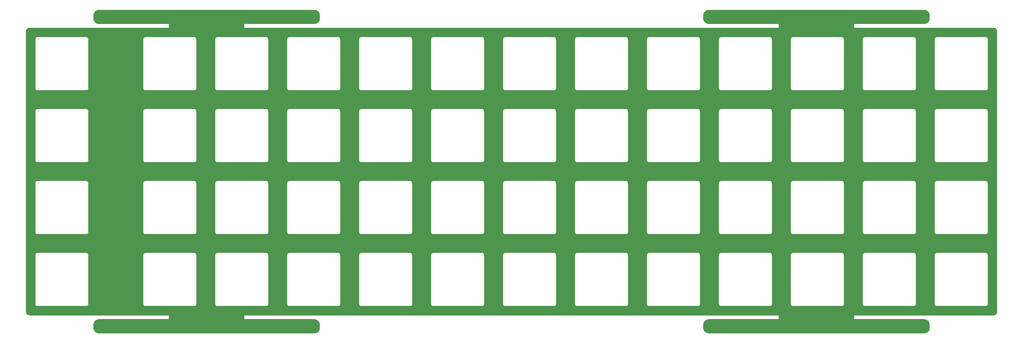
<source format=gbr>
%TF.GenerationSoftware,KiCad,Pcbnew,7.0.1-0*%
%TF.CreationDate,2023-08-02T22:38:37-05:00*%
%TF.ProjectId,plate,706c6174-652e-46b6-9963-61645f706362,rev?*%
%TF.SameCoordinates,Original*%
%TF.FileFunction,Copper,L1,Top*%
%TF.FilePolarity,Positive*%
%FSLAX46Y46*%
G04 Gerber Fmt 4.6, Leading zero omitted, Abs format (unit mm)*
G04 Created by KiCad (PCBNEW 7.0.1-0) date 2023-08-02 22:38:37*
%MOMM*%
%LPD*%
G01*
G04 APERTURE LIST*
%TA.AperFunction,ViaPad*%
%ADD10C,0.800000*%
%TD*%
G04 APERTURE END LIST*
D10*
%TO.N,GND*%
X254375000Y-41550000D03*
%TD*%
%TA.AperFunction,Conductor*%
%TO.N,GND*%
G36*
X95063792Y-39425816D02*
G01*
X95073282Y-39426494D01*
X95128738Y-39430460D01*
X95128996Y-39430479D01*
X95271864Y-39441723D01*
X95288459Y-39444170D01*
X95358413Y-39459387D01*
X95377609Y-39463563D01*
X95380124Y-39464137D01*
X95491999Y-39490996D01*
X95506353Y-39495378D01*
X95596874Y-39529139D01*
X95600871Y-39530711D01*
X95702294Y-39572723D01*
X95714223Y-39578431D01*
X95800717Y-39625659D01*
X95806062Y-39628753D01*
X95897946Y-39685060D01*
X95907466Y-39691520D01*
X95987025Y-39751077D01*
X95993246Y-39756053D01*
X96058964Y-39812181D01*
X96074519Y-39825466D01*
X96074618Y-39825550D01*
X96081768Y-39832159D01*
X96152206Y-39902596D01*
X96158815Y-39909746D01*
X96228363Y-39991176D01*
X96233339Y-39997397D01*
X96292824Y-40076858D01*
X96299281Y-40086373D01*
X96355735Y-40178497D01*
X96358790Y-40183775D01*
X96405897Y-40270043D01*
X96411625Y-40282016D01*
X96453783Y-40383794D01*
X96455404Y-40387914D01*
X96488958Y-40477876D01*
X96493350Y-40492261D01*
X96520435Y-40605076D01*
X96521027Y-40607666D01*
X96540187Y-40695745D01*
X96542639Y-40712373D01*
X96554137Y-40858454D01*
X96554203Y-40859337D01*
X96558559Y-40920234D01*
X96558875Y-40929081D01*
X96558875Y-41670569D01*
X96558559Y-41679417D01*
X96553927Y-41744163D01*
X96553861Y-41745044D01*
X96542654Y-41887440D01*
X96540202Y-41904069D01*
X96520760Y-41993443D01*
X96520168Y-41996032D01*
X96493397Y-42107541D01*
X96489005Y-42121928D01*
X96455149Y-42212698D01*
X96453528Y-42216817D01*
X96411711Y-42317771D01*
X96405982Y-42329745D01*
X96358551Y-42416608D01*
X96355447Y-42421970D01*
X96299426Y-42513389D01*
X96292965Y-42522911D01*
X96233086Y-42602899D01*
X96228108Y-42609121D01*
X96159017Y-42690014D01*
X96152409Y-42697162D01*
X96081531Y-42768040D01*
X96074382Y-42774649D01*
X95993540Y-42843695D01*
X95987317Y-42848674D01*
X95907226Y-42908627D01*
X95897707Y-42915085D01*
X95806520Y-42970965D01*
X95801156Y-42974071D01*
X95714020Y-43021650D01*
X95702047Y-43027378D01*
X95601563Y-43069000D01*
X95597443Y-43070621D01*
X95506174Y-43104662D01*
X95491787Y-43109054D01*
X95381315Y-43135575D01*
X95378726Y-43136167D01*
X95288288Y-43155840D01*
X95271659Y-43158292D01*
X95132682Y-43169229D01*
X95131800Y-43169295D01*
X95063443Y-43174184D01*
X95054597Y-43174500D01*
X76584135Y-43174500D01*
X76583929Y-43174459D01*
X76559373Y-43174459D01*
X76559182Y-43174538D01*
X76558994Y-43174615D01*
X76558990Y-43174618D01*
X76558834Y-43174999D01*
X76558851Y-43199616D01*
X76558846Y-43199616D01*
X76558875Y-43199760D01*
X76558875Y-44150240D01*
X76558834Y-44150446D01*
X76558834Y-44175000D01*
X76558875Y-44175099D01*
X76558991Y-44175382D01*
X76558992Y-44175383D01*
X76558993Y-44175384D01*
X76559183Y-44175462D01*
X76559375Y-44175541D01*
X76559377Y-44175539D01*
X76583991Y-44175524D01*
X76583991Y-44175528D01*
X76584135Y-44175500D01*
X217990865Y-44175500D01*
X217991008Y-44175528D01*
X217991009Y-44175524D01*
X218015622Y-44175539D01*
X218015625Y-44175541D01*
X218016008Y-44175383D01*
X218016125Y-44175099D01*
X218016166Y-44175000D01*
X218016166Y-44150446D01*
X218016125Y-44150240D01*
X218016125Y-43199760D01*
X218016153Y-43199616D01*
X218016149Y-43199616D01*
X218016164Y-43175002D01*
X218016166Y-43175000D01*
X218016086Y-43174808D01*
X218016009Y-43174618D01*
X218016005Y-43174614D01*
X218015819Y-43174538D01*
X218015627Y-43174459D01*
X217991071Y-43174459D01*
X217990865Y-43174500D01*
X199520051Y-43174500D01*
X199511206Y-43174184D01*
X199507529Y-43173921D01*
X199446640Y-43169566D01*
X199445758Y-43169500D01*
X199303160Y-43158278D01*
X199286531Y-43155826D01*
X199197389Y-43136435D01*
X199194799Y-43135843D01*
X199083010Y-43109005D01*
X199068626Y-43104614D01*
X199014671Y-43084491D01*
X198978185Y-43070883D01*
X198974081Y-43069268D01*
X198932120Y-43051887D01*
X198872722Y-43027283D01*
X198860761Y-43021560D01*
X198806164Y-42991749D01*
X198774300Y-42974350D01*
X198768936Y-42971245D01*
X198677052Y-42914938D01*
X198667532Y-42908478D01*
X198587973Y-42848921D01*
X198581752Y-42843945D01*
X198500380Y-42774448D01*
X198493230Y-42767839D01*
X198422792Y-42697402D01*
X198416183Y-42690252D01*
X198347032Y-42609287D01*
X198346632Y-42608818D01*
X198341659Y-42602601D01*
X198282174Y-42523140D01*
X198275724Y-42513636D01*
X198219249Y-42421477D01*
X198216223Y-42416250D01*
X198169094Y-42329940D01*
X198163381Y-42317999D01*
X198121197Y-42216158D01*
X198119594Y-42212084D01*
X198086040Y-42122122D01*
X198081650Y-42107745D01*
X198054536Y-41994807D01*
X198053989Y-41992412D01*
X198034810Y-41904252D01*
X198032359Y-41887625D01*
X198032345Y-41887443D01*
X198020834Y-41741198D01*
X198016440Y-41679777D01*
X198016125Y-41670934D01*
X198016125Y-40929428D01*
X198016441Y-40920583D01*
X198020821Y-40859337D01*
X198021077Y-40855757D01*
X198021136Y-40854973D01*
X198032345Y-40712547D01*
X198034794Y-40695940D01*
X198054264Y-40606439D01*
X198054822Y-40604003D01*
X198081604Y-40492447D01*
X198085990Y-40478081D01*
X198119861Y-40387268D01*
X198121456Y-40383214D01*
X198163290Y-40282218D01*
X198169016Y-40270253D01*
X198205163Y-40204055D01*
X198216457Y-40183371D01*
X198219530Y-40178063D01*
X198275589Y-40086582D01*
X198282013Y-40077115D01*
X198341947Y-39997054D01*
X198346856Y-39990918D01*
X198415985Y-39909978D01*
X198422589Y-39902836D01*
X198493467Y-39831958D01*
X198500596Y-39825367D01*
X198581491Y-39756276D01*
X198587628Y-39751365D01*
X198667803Y-39691350D01*
X198677278Y-39684921D01*
X198768520Y-39629008D01*
X198773800Y-39625951D01*
X198861002Y-39578336D01*
X198872927Y-39572631D01*
X198973500Y-39530972D01*
X198977470Y-39529410D01*
X199068865Y-39495323D01*
X199083180Y-39490953D01*
X199193793Y-39464397D01*
X199196228Y-39463841D01*
X199286722Y-39444156D01*
X199303311Y-39441709D01*
X199442572Y-39430749D01*
X199442768Y-39430734D01*
X199490385Y-39427329D01*
X199511561Y-39425816D01*
X199520403Y-39425500D01*
X256511194Y-39425500D01*
X256520041Y-39425816D01*
X256527684Y-39426362D01*
X256585220Y-39430478D01*
X256585631Y-39430509D01*
X256728056Y-39441719D01*
X256744648Y-39444165D01*
X256834328Y-39463675D01*
X256836893Y-39464262D01*
X256948126Y-39490967D01*
X256962499Y-39495355D01*
X257053531Y-39529309D01*
X257057591Y-39530906D01*
X257158337Y-39572637D01*
X257170289Y-39578355D01*
X257256896Y-39625648D01*
X257257394Y-39625920D01*
X257262755Y-39629024D01*
X257353920Y-39684890D01*
X257363440Y-39691350D01*
X257443639Y-39751386D01*
X257449847Y-39756351D01*
X257530560Y-39825287D01*
X257537688Y-39831877D01*
X257567078Y-39861267D01*
X257608745Y-39902935D01*
X257615354Y-39910084D01*
X257684215Y-39990711D01*
X257689191Y-39996931D01*
X257709077Y-40023495D01*
X257749195Y-40077087D01*
X257749305Y-40077233D01*
X257755766Y-40086755D01*
X257811508Y-40177719D01*
X257814613Y-40183082D01*
X257862303Y-40270421D01*
X257868031Y-40282394D01*
X257909547Y-40382622D01*
X257911168Y-40386742D01*
X257945297Y-40478247D01*
X257949689Y-40492632D01*
X257976160Y-40602890D01*
X257976752Y-40605480D01*
X257996466Y-40696105D01*
X257998918Y-40712734D01*
X258009842Y-40851535D01*
X258009908Y-40852417D01*
X258014809Y-40920935D01*
X258015125Y-40929782D01*
X258015125Y-41670571D01*
X258014809Y-41679418D01*
X258010179Y-41744146D01*
X258010113Y-41745029D01*
X257998904Y-41887443D01*
X257996452Y-41904072D01*
X257977018Y-41993407D01*
X257976426Y-41995995D01*
X257949641Y-42107565D01*
X257945249Y-42121951D01*
X257911436Y-42212609D01*
X257909815Y-42216729D01*
X257867943Y-42317817D01*
X257862215Y-42329790D01*
X257814868Y-42416501D01*
X257811763Y-42421864D01*
X257755623Y-42513477D01*
X257749162Y-42522999D01*
X257689449Y-42602766D01*
X257684472Y-42608987D01*
X257615157Y-42690144D01*
X257608549Y-42697293D01*
X257537920Y-42767923D01*
X257530769Y-42774532D01*
X257449575Y-42843878D01*
X257443357Y-42848853D01*
X257363679Y-42908502D01*
X257354155Y-42914965D01*
X257262330Y-42971235D01*
X257256968Y-42974339D01*
X257170508Y-43021550D01*
X257158534Y-43027279D01*
X257056989Y-43069341D01*
X257052872Y-43070961D01*
X256962706Y-43104593D01*
X256948317Y-43108986D01*
X256835747Y-43136011D01*
X256833159Y-43136603D01*
X256744852Y-43155814D01*
X256728223Y-43158266D01*
X256582328Y-43169750D01*
X256581446Y-43169816D01*
X256520388Y-43174184D01*
X256511540Y-43174500D01*
X238040385Y-43174500D01*
X238040179Y-43174459D01*
X238015623Y-43174459D01*
X238015432Y-43174538D01*
X238015244Y-43174615D01*
X238015240Y-43174618D01*
X238015084Y-43174999D01*
X238015101Y-43199616D01*
X238015096Y-43199616D01*
X238015125Y-43199760D01*
X238015125Y-44150240D01*
X238015084Y-44150446D01*
X238015084Y-44175000D01*
X238015125Y-44175099D01*
X238015242Y-44175383D01*
X238015243Y-44175384D01*
X238015433Y-44175462D01*
X238015625Y-44175541D01*
X238015627Y-44175539D01*
X238040241Y-44175524D01*
X238040241Y-44175528D01*
X238040385Y-44175500D01*
X274869587Y-44175500D01*
X274880392Y-44175972D01*
X274892433Y-44177025D01*
X274919880Y-44179426D01*
X274920961Y-44179526D01*
X275046773Y-44191918D01*
X275066687Y-44195541D01*
X275131435Y-44212890D01*
X275135202Y-44213966D01*
X275226570Y-44241681D01*
X275242959Y-44247952D01*
X275308852Y-44278679D01*
X275314889Y-44281698D01*
X275394050Y-44324010D01*
X275406709Y-44331786D01*
X275467888Y-44374624D01*
X275475427Y-44380344D01*
X275543455Y-44436172D01*
X275552472Y-44444345D01*
X275605653Y-44497526D01*
X275613826Y-44506543D01*
X275669654Y-44574571D01*
X275675374Y-44582110D01*
X275718204Y-44643276D01*
X275725988Y-44655948D01*
X275768300Y-44735109D01*
X275771324Y-44741156D01*
X275802041Y-44807027D01*
X275808320Y-44823438D01*
X275836013Y-44914730D01*
X275837127Y-44918632D01*
X275854454Y-44983299D01*
X275858082Y-45003239D01*
X275870456Y-45128882D01*
X275870581Y-45130223D01*
X275874028Y-45169604D01*
X275874500Y-45180416D01*
X275874500Y-119369584D01*
X275874028Y-119380397D01*
X275870581Y-119419776D01*
X275870456Y-119421116D01*
X275858082Y-119546759D01*
X275854454Y-119566699D01*
X275837127Y-119631366D01*
X275836013Y-119635268D01*
X275808320Y-119726560D01*
X275802041Y-119742971D01*
X275771324Y-119808842D01*
X275768300Y-119814889D01*
X275725988Y-119894050D01*
X275718204Y-119906722D01*
X275675374Y-119967888D01*
X275669654Y-119975427D01*
X275613826Y-120043455D01*
X275605653Y-120052472D01*
X275552472Y-120105653D01*
X275543455Y-120113826D01*
X275475427Y-120169654D01*
X275467888Y-120175374D01*
X275406722Y-120218204D01*
X275394050Y-120225988D01*
X275314889Y-120268300D01*
X275308842Y-120271324D01*
X275242971Y-120302041D01*
X275226560Y-120308320D01*
X275135268Y-120336013D01*
X275131366Y-120337127D01*
X275066699Y-120354454D01*
X275046759Y-120358082D01*
X274921116Y-120370456D01*
X274919776Y-120370581D01*
X274884760Y-120373646D01*
X274880392Y-120374028D01*
X274869584Y-120374500D01*
X238040385Y-120374500D01*
X238040179Y-120374459D01*
X238015623Y-120374459D01*
X238015432Y-120374538D01*
X238015244Y-120374615D01*
X238015240Y-120374618D01*
X238015084Y-120374999D01*
X238015101Y-120399616D01*
X238015096Y-120399616D01*
X238015125Y-120399760D01*
X238015125Y-121350240D01*
X238015084Y-121350446D01*
X238015084Y-121375000D01*
X238015125Y-121375099D01*
X238015241Y-121375382D01*
X238015242Y-121375383D01*
X238015243Y-121375384D01*
X238015433Y-121375461D01*
X238015625Y-121375541D01*
X238015627Y-121375539D01*
X238040241Y-121375524D01*
X238040241Y-121375528D01*
X238040385Y-121375500D01*
X256511194Y-121375500D01*
X256520041Y-121375816D01*
X256527684Y-121376362D01*
X256585220Y-121380478D01*
X256585631Y-121380509D01*
X256728056Y-121391719D01*
X256744648Y-121394165D01*
X256834328Y-121413675D01*
X256836893Y-121414262D01*
X256948126Y-121440967D01*
X256962499Y-121445355D01*
X257053531Y-121479309D01*
X257057591Y-121480906D01*
X257158337Y-121522637D01*
X257170289Y-121528355D01*
X257256896Y-121575648D01*
X257257394Y-121575920D01*
X257262755Y-121579024D01*
X257353920Y-121634890D01*
X257363440Y-121641350D01*
X257443639Y-121701386D01*
X257449847Y-121706351D01*
X257530560Y-121775287D01*
X257537688Y-121781877D01*
X257567078Y-121811267D01*
X257608745Y-121852935D01*
X257615354Y-121860084D01*
X257684215Y-121940711D01*
X257689191Y-121946931D01*
X257709077Y-121973495D01*
X257749195Y-122027087D01*
X257749305Y-122027233D01*
X257755766Y-122036755D01*
X257811508Y-122127719D01*
X257814613Y-122133082D01*
X257862303Y-122220421D01*
X257868031Y-122232394D01*
X257909547Y-122332622D01*
X257911168Y-122336742D01*
X257945297Y-122428247D01*
X257949689Y-122442632D01*
X257976160Y-122552890D01*
X257976752Y-122555480D01*
X257996466Y-122646105D01*
X257998918Y-122662734D01*
X258009842Y-122801535D01*
X258009908Y-122802417D01*
X258014809Y-122870935D01*
X258015125Y-122879782D01*
X258015125Y-123620571D01*
X258014809Y-123629418D01*
X258010179Y-123694146D01*
X258010113Y-123695029D01*
X257998904Y-123837443D01*
X257996452Y-123854072D01*
X257977018Y-123943407D01*
X257976426Y-123945995D01*
X257949641Y-124057565D01*
X257945249Y-124071951D01*
X257911436Y-124162609D01*
X257909815Y-124166729D01*
X257867943Y-124267817D01*
X257862215Y-124279790D01*
X257814868Y-124366501D01*
X257811763Y-124371864D01*
X257755623Y-124463477D01*
X257749162Y-124472999D01*
X257689449Y-124552766D01*
X257684472Y-124558987D01*
X257615157Y-124640144D01*
X257608549Y-124647293D01*
X257537920Y-124717923D01*
X257530769Y-124724532D01*
X257449575Y-124793878D01*
X257443357Y-124798853D01*
X257363679Y-124858502D01*
X257354155Y-124864965D01*
X257262330Y-124921235D01*
X257256968Y-124924339D01*
X257170508Y-124971550D01*
X257158534Y-124977279D01*
X257056989Y-125019341D01*
X257052872Y-125020961D01*
X256962706Y-125054593D01*
X256948317Y-125058986D01*
X256835747Y-125086011D01*
X256833159Y-125086603D01*
X256744852Y-125105814D01*
X256728223Y-125108266D01*
X256582328Y-125119750D01*
X256581446Y-125119816D01*
X256520388Y-125124184D01*
X256511540Y-125124500D01*
X199520051Y-125124500D01*
X199511206Y-125124184D01*
X199507529Y-125123921D01*
X199446640Y-125119566D01*
X199445758Y-125119500D01*
X199303160Y-125108278D01*
X199286531Y-125105826D01*
X199197389Y-125086435D01*
X199194799Y-125085843D01*
X199083010Y-125059005D01*
X199068626Y-125054614D01*
X199014671Y-125034491D01*
X198978185Y-125020883D01*
X198974081Y-125019268D01*
X198932120Y-125001887D01*
X198872722Y-124977283D01*
X198860761Y-124971560D01*
X198806164Y-124941749D01*
X198774300Y-124924350D01*
X198768936Y-124921245D01*
X198677052Y-124864938D01*
X198667532Y-124858478D01*
X198587973Y-124798921D01*
X198581752Y-124793945D01*
X198500380Y-124724448D01*
X198493230Y-124717839D01*
X198422792Y-124647402D01*
X198416183Y-124640252D01*
X198347032Y-124559287D01*
X198346632Y-124558818D01*
X198341659Y-124552601D01*
X198282174Y-124473140D01*
X198275724Y-124463636D01*
X198219249Y-124371477D01*
X198216223Y-124366250D01*
X198169094Y-124279940D01*
X198163381Y-124267999D01*
X198121197Y-124166158D01*
X198119594Y-124162084D01*
X198086040Y-124072122D01*
X198081650Y-124057745D01*
X198054536Y-123944807D01*
X198053989Y-123942412D01*
X198034810Y-123854252D01*
X198032359Y-123837625D01*
X198032345Y-123837443D01*
X198020834Y-123691198D01*
X198016440Y-123629777D01*
X198016125Y-123620934D01*
X198016125Y-122879428D01*
X198016441Y-122870583D01*
X198020821Y-122809337D01*
X198021077Y-122805757D01*
X198021136Y-122804973D01*
X198032345Y-122662547D01*
X198034794Y-122645940D01*
X198054264Y-122556439D01*
X198054822Y-122554003D01*
X198081604Y-122442447D01*
X198085990Y-122428081D01*
X198119861Y-122337268D01*
X198121456Y-122333214D01*
X198163290Y-122232218D01*
X198169016Y-122220253D01*
X198205163Y-122154055D01*
X198216457Y-122133371D01*
X198219530Y-122128063D01*
X198275589Y-122036582D01*
X198282013Y-122027115D01*
X198341947Y-121947054D01*
X198346856Y-121940918D01*
X198415985Y-121859978D01*
X198422589Y-121852836D01*
X198493467Y-121781958D01*
X198500596Y-121775367D01*
X198581491Y-121706276D01*
X198587628Y-121701365D01*
X198667803Y-121641350D01*
X198677278Y-121634921D01*
X198768520Y-121579008D01*
X198773800Y-121575951D01*
X198861002Y-121528336D01*
X198872927Y-121522631D01*
X198973500Y-121480972D01*
X198977470Y-121479410D01*
X199068865Y-121445323D01*
X199083180Y-121440953D01*
X199193793Y-121414397D01*
X199196228Y-121413841D01*
X199286722Y-121394156D01*
X199303311Y-121391709D01*
X199442572Y-121380749D01*
X199442768Y-121380734D01*
X199490385Y-121377329D01*
X199511561Y-121375816D01*
X199520403Y-121375500D01*
X217990865Y-121375500D01*
X217991008Y-121375528D01*
X217991009Y-121375524D01*
X218015622Y-121375539D01*
X218015625Y-121375541D01*
X218016008Y-121375383D01*
X218016125Y-121375099D01*
X218016166Y-121375000D01*
X218016166Y-121350446D01*
X218016125Y-121350240D01*
X218016125Y-120399760D01*
X218016153Y-120399616D01*
X218016149Y-120399616D01*
X218016164Y-120375002D01*
X218016166Y-120375000D01*
X218016087Y-120374808D01*
X218016009Y-120374618D01*
X218016005Y-120374614D01*
X218015819Y-120374538D01*
X218015627Y-120374459D01*
X217991071Y-120374459D01*
X217990865Y-120374500D01*
X76584135Y-120374500D01*
X76583929Y-120374459D01*
X76559373Y-120374459D01*
X76559182Y-120374538D01*
X76558994Y-120374615D01*
X76558990Y-120374618D01*
X76558834Y-120374999D01*
X76558851Y-120399616D01*
X76558846Y-120399616D01*
X76558875Y-120399760D01*
X76558875Y-121350240D01*
X76558834Y-121350446D01*
X76558834Y-121375000D01*
X76558875Y-121375099D01*
X76558991Y-121375382D01*
X76558992Y-121375383D01*
X76558993Y-121375384D01*
X76559183Y-121375461D01*
X76559375Y-121375541D01*
X76559377Y-121375539D01*
X76583991Y-121375524D01*
X76583991Y-121375528D01*
X76584135Y-121375500D01*
X95054950Y-121375500D01*
X95063792Y-121375816D01*
X95073282Y-121376494D01*
X95128738Y-121380460D01*
X95128996Y-121380479D01*
X95271864Y-121391723D01*
X95288459Y-121394170D01*
X95358413Y-121409387D01*
X95377609Y-121413563D01*
X95380124Y-121414137D01*
X95491999Y-121440996D01*
X95506353Y-121445378D01*
X95596874Y-121479139D01*
X95600871Y-121480711D01*
X95702294Y-121522723D01*
X95714223Y-121528431D01*
X95800717Y-121575659D01*
X95806062Y-121578753D01*
X95897946Y-121635060D01*
X95907466Y-121641520D01*
X95987025Y-121701077D01*
X95993246Y-121706053D01*
X96058964Y-121762181D01*
X96074519Y-121775466D01*
X96074618Y-121775550D01*
X96081768Y-121782159D01*
X96152206Y-121852596D01*
X96158815Y-121859746D01*
X96228363Y-121941176D01*
X96233339Y-121947397D01*
X96292824Y-122026858D01*
X96299281Y-122036373D01*
X96355735Y-122128497D01*
X96358790Y-122133775D01*
X96405897Y-122220043D01*
X96411625Y-122232016D01*
X96453783Y-122333794D01*
X96455404Y-122337914D01*
X96488958Y-122427876D01*
X96493350Y-122442261D01*
X96520435Y-122555076D01*
X96521027Y-122557666D01*
X96540187Y-122645745D01*
X96542639Y-122662373D01*
X96554137Y-122808454D01*
X96554203Y-122809337D01*
X96558559Y-122870234D01*
X96558875Y-122879081D01*
X96558875Y-123620569D01*
X96558559Y-123629417D01*
X96553927Y-123694163D01*
X96553861Y-123695044D01*
X96542654Y-123837440D01*
X96540202Y-123854069D01*
X96520760Y-123943443D01*
X96520168Y-123946032D01*
X96493397Y-124057541D01*
X96489005Y-124071928D01*
X96455149Y-124162698D01*
X96453528Y-124166817D01*
X96411711Y-124267771D01*
X96405982Y-124279745D01*
X96358551Y-124366608D01*
X96355447Y-124371970D01*
X96299426Y-124463389D01*
X96292965Y-124472911D01*
X96233086Y-124552899D01*
X96228108Y-124559121D01*
X96159017Y-124640014D01*
X96152409Y-124647162D01*
X96081531Y-124718040D01*
X96074382Y-124724649D01*
X95993540Y-124793695D01*
X95987317Y-124798674D01*
X95907226Y-124858627D01*
X95897707Y-124865085D01*
X95806520Y-124920965D01*
X95801156Y-124924071D01*
X95714020Y-124971650D01*
X95702047Y-124977378D01*
X95601563Y-125019000D01*
X95597443Y-125020621D01*
X95506174Y-125054662D01*
X95491787Y-125059054D01*
X95381315Y-125085575D01*
X95378726Y-125086167D01*
X95288288Y-125105840D01*
X95271659Y-125108292D01*
X95132682Y-125119229D01*
X95131800Y-125119295D01*
X95063443Y-125124184D01*
X95054597Y-125124500D01*
X38063807Y-125124500D01*
X38054959Y-125124184D01*
X38049096Y-125123764D01*
X37990058Y-125119540D01*
X37989181Y-125119474D01*
X37846963Y-125108282D01*
X37830330Y-125105830D01*
X37740692Y-125086328D01*
X37738107Y-125085736D01*
X37626878Y-125059033D01*
X37612489Y-125054640D01*
X37521496Y-125020700D01*
X37517378Y-125019080D01*
X37416674Y-124977367D01*
X37404698Y-124971637D01*
X37317604Y-124924078D01*
X37312243Y-124920974D01*
X37221078Y-124865108D01*
X37211558Y-124858648D01*
X37131359Y-124798612D01*
X37125145Y-124793641D01*
X37044442Y-124724714D01*
X37037309Y-124718120D01*
X36966250Y-124647060D01*
X36959644Y-124639914D01*
X36890783Y-124559287D01*
X36885807Y-124553067D01*
X36862975Y-124522568D01*
X36825684Y-124472752D01*
X36819242Y-124463258D01*
X36763484Y-124372269D01*
X36760400Y-124366942D01*
X36712689Y-124279565D01*
X36706970Y-124267612D01*
X36665443Y-124167356D01*
X36663830Y-124163256D01*
X36659152Y-124150714D01*
X36629700Y-124071747D01*
X36625309Y-124057366D01*
X36598815Y-123947010D01*
X36598260Y-123944583D01*
X36578530Y-123853885D01*
X36576082Y-123837278D01*
X36565134Y-123698185D01*
X36560190Y-123629068D01*
X36559875Y-123620225D01*
X36559875Y-122879426D01*
X36560191Y-122870582D01*
X36560250Y-122869755D01*
X36564862Y-122805280D01*
X36576096Y-122662539D01*
X36578543Y-122645942D01*
X36597994Y-122556530D01*
X36598572Y-122554003D01*
X36625360Y-122442422D01*
X36629744Y-122428060D01*
X36663584Y-122337331D01*
X36665159Y-122333328D01*
X36707066Y-122232156D01*
X36712770Y-122220233D01*
X36760161Y-122133442D01*
X36763196Y-122128200D01*
X36819402Y-122036480D01*
X36825805Y-122027044D01*
X36885587Y-121947183D01*
X36890499Y-121941044D01*
X36959859Y-121859834D01*
X36966431Y-121852724D01*
X37037098Y-121782056D01*
X37044209Y-121775484D01*
X37125445Y-121706102D01*
X37131619Y-121701162D01*
X37211352Y-121641473D01*
X37220810Y-121635055D01*
X37312721Y-121578732D01*
X37317993Y-121575679D01*
X37404494Y-121528446D01*
X37416453Y-121522724D01*
X37518059Y-121480637D01*
X37522075Y-121479056D01*
X37612311Y-121445399D01*
X37626662Y-121441017D01*
X37739322Y-121413970D01*
X37741766Y-121413411D01*
X37830153Y-121394182D01*
X37846766Y-121391733D01*
X37993027Y-121380221D01*
X37993163Y-121380211D01*
X38054598Y-121375815D01*
X38063443Y-121375500D01*
X56534615Y-121375500D01*
X56534758Y-121375528D01*
X56534759Y-121375524D01*
X56559372Y-121375539D01*
X56559375Y-121375541D01*
X56559758Y-121375383D01*
X56559875Y-121375099D01*
X56559916Y-121375000D01*
X56559916Y-121350446D01*
X56559875Y-121350240D01*
X56559875Y-120399760D01*
X56559903Y-120399616D01*
X56559899Y-120399616D01*
X56559914Y-120375002D01*
X56559916Y-120375000D01*
X56559837Y-120374808D01*
X56559759Y-120374618D01*
X56559755Y-120374614D01*
X56559569Y-120374538D01*
X56559377Y-120374459D01*
X56534821Y-120374459D01*
X56534615Y-120374500D01*
X19705416Y-120374500D01*
X19694606Y-120374028D01*
X19692001Y-120373800D01*
X19655223Y-120370581D01*
X19653882Y-120370456D01*
X19528239Y-120358082D01*
X19508299Y-120354454D01*
X19443632Y-120337127D01*
X19439730Y-120336013D01*
X19348438Y-120308320D01*
X19332027Y-120302041D01*
X19266156Y-120271324D01*
X19260109Y-120268300D01*
X19180948Y-120225988D01*
X19168281Y-120218207D01*
X19138983Y-120197692D01*
X19107110Y-120175374D01*
X19099571Y-120169654D01*
X19031543Y-120113826D01*
X19022526Y-120105653D01*
X18969345Y-120052472D01*
X18961172Y-120043455D01*
X18905344Y-119975427D01*
X18899624Y-119967888D01*
X18887837Y-119951055D01*
X18856786Y-119906709D01*
X18849010Y-119894050D01*
X18806698Y-119814889D01*
X18803674Y-119808842D01*
X18799292Y-119799445D01*
X18772952Y-119742959D01*
X18766681Y-119726570D01*
X18738966Y-119635202D01*
X18737890Y-119631435D01*
X18720541Y-119566687D01*
X18716918Y-119546773D01*
X18704526Y-119420961D01*
X18704417Y-119419776D01*
X18700972Y-119380392D01*
X18700500Y-119369587D01*
X18700500Y-117406394D01*
X21224500Y-117406394D01*
X21249596Y-117516350D01*
X21298532Y-117617967D01*
X21333196Y-117661433D01*
X21368854Y-117706146D01*
X21411964Y-117740525D01*
X21457032Y-117776467D01*
X21558649Y-117825403D01*
X21668606Y-117850500D01*
X21668607Y-117850500D01*
X21724901Y-117850500D01*
X21725000Y-117850500D01*
X21725500Y-117850500D01*
X34724500Y-117850500D01*
X34725099Y-117850500D01*
X34781393Y-117850500D01*
X34781394Y-117850500D01*
X34840646Y-117836976D01*
X34891351Y-117825403D01*
X34992967Y-117776467D01*
X35081146Y-117706146D01*
X35151467Y-117617967D01*
X35200403Y-117516351D01*
X35225500Y-117406394D01*
X49799500Y-117406394D01*
X49824596Y-117516350D01*
X49873532Y-117617967D01*
X49908196Y-117661433D01*
X49943854Y-117706146D01*
X49986964Y-117740525D01*
X50032032Y-117776467D01*
X50133649Y-117825403D01*
X50243606Y-117850500D01*
X50243607Y-117850500D01*
X50299901Y-117850500D01*
X50300000Y-117850500D01*
X50300500Y-117850500D01*
X63299500Y-117850500D01*
X63300099Y-117850500D01*
X63356393Y-117850500D01*
X63356394Y-117850500D01*
X63415646Y-117836976D01*
X63466351Y-117825403D01*
X63567967Y-117776467D01*
X63656146Y-117706146D01*
X63726467Y-117617967D01*
X63775403Y-117516351D01*
X63800500Y-117406394D01*
X68849500Y-117406394D01*
X68874596Y-117516350D01*
X68923532Y-117617967D01*
X68958196Y-117661433D01*
X68993854Y-117706146D01*
X69036964Y-117740525D01*
X69082032Y-117776467D01*
X69183649Y-117825403D01*
X69293606Y-117850500D01*
X69293607Y-117850500D01*
X69349901Y-117850500D01*
X69350000Y-117850500D01*
X69350500Y-117850500D01*
X82349500Y-117850500D01*
X82350099Y-117850500D01*
X82406393Y-117850500D01*
X82406394Y-117850500D01*
X82465646Y-117836976D01*
X82516351Y-117825403D01*
X82617967Y-117776467D01*
X82706146Y-117706146D01*
X82776467Y-117617967D01*
X82825403Y-117516351D01*
X82850500Y-117406394D01*
X87899500Y-117406394D01*
X87924596Y-117516350D01*
X87973532Y-117617967D01*
X88008196Y-117661433D01*
X88043854Y-117706146D01*
X88086964Y-117740525D01*
X88132032Y-117776467D01*
X88233649Y-117825403D01*
X88343606Y-117850500D01*
X88343607Y-117850500D01*
X88399901Y-117850500D01*
X88400000Y-117850500D01*
X88400500Y-117850500D01*
X101399500Y-117850500D01*
X101400099Y-117850500D01*
X101456393Y-117850500D01*
X101456394Y-117850500D01*
X101515646Y-117836976D01*
X101566351Y-117825403D01*
X101667967Y-117776467D01*
X101756146Y-117706146D01*
X101826467Y-117617967D01*
X101875403Y-117516351D01*
X101900500Y-117406394D01*
X106949500Y-117406394D01*
X106974596Y-117516350D01*
X107023532Y-117617967D01*
X107058196Y-117661433D01*
X107093854Y-117706146D01*
X107136964Y-117740525D01*
X107182032Y-117776467D01*
X107283649Y-117825403D01*
X107393606Y-117850500D01*
X107393607Y-117850500D01*
X107449901Y-117850500D01*
X107450000Y-117850500D01*
X107450500Y-117850500D01*
X120449500Y-117850500D01*
X120450099Y-117850500D01*
X120506393Y-117850500D01*
X120506394Y-117850500D01*
X120565646Y-117836976D01*
X120616351Y-117825403D01*
X120717967Y-117776467D01*
X120806146Y-117706146D01*
X120876467Y-117617967D01*
X120925403Y-117516351D01*
X120950500Y-117406394D01*
X125999500Y-117406394D01*
X126024596Y-117516350D01*
X126073532Y-117617967D01*
X126108196Y-117661433D01*
X126143854Y-117706146D01*
X126186964Y-117740525D01*
X126232032Y-117776467D01*
X126333649Y-117825403D01*
X126443606Y-117850500D01*
X126443607Y-117850500D01*
X126499901Y-117850500D01*
X126500000Y-117850500D01*
X126500500Y-117850500D01*
X139499500Y-117850500D01*
X139500099Y-117850500D01*
X139556393Y-117850500D01*
X139556394Y-117850500D01*
X139615646Y-117836976D01*
X139666351Y-117825403D01*
X139767967Y-117776467D01*
X139856146Y-117706146D01*
X139926467Y-117617967D01*
X139975403Y-117516351D01*
X140000500Y-117406394D01*
X145049500Y-117406394D01*
X145074596Y-117516350D01*
X145123532Y-117617967D01*
X145158196Y-117661433D01*
X145193854Y-117706146D01*
X145236964Y-117740525D01*
X145282032Y-117776467D01*
X145383649Y-117825403D01*
X145493606Y-117850500D01*
X145493607Y-117850500D01*
X145549901Y-117850500D01*
X145550000Y-117850500D01*
X145550500Y-117850500D01*
X158549500Y-117850500D01*
X158550099Y-117850500D01*
X158606393Y-117850500D01*
X158606394Y-117850500D01*
X158665646Y-117836976D01*
X158716351Y-117825403D01*
X158817967Y-117776467D01*
X158906146Y-117706146D01*
X158976467Y-117617967D01*
X159025403Y-117516351D01*
X159050500Y-117406394D01*
X164099500Y-117406394D01*
X164124596Y-117516350D01*
X164173532Y-117617967D01*
X164208196Y-117661433D01*
X164243854Y-117706146D01*
X164286964Y-117740525D01*
X164332032Y-117776467D01*
X164433649Y-117825403D01*
X164543606Y-117850500D01*
X164543607Y-117850500D01*
X164599901Y-117850500D01*
X164600000Y-117850500D01*
X164600500Y-117850500D01*
X177599500Y-117850500D01*
X177600099Y-117850500D01*
X177656393Y-117850500D01*
X177656394Y-117850500D01*
X177715646Y-117836976D01*
X177766351Y-117825403D01*
X177867967Y-117776467D01*
X177956146Y-117706146D01*
X178026467Y-117617967D01*
X178075403Y-117516351D01*
X178100500Y-117406394D01*
X183149500Y-117406394D01*
X183174596Y-117516350D01*
X183223532Y-117617967D01*
X183258196Y-117661433D01*
X183293854Y-117706146D01*
X183336964Y-117740525D01*
X183382032Y-117776467D01*
X183483649Y-117825403D01*
X183593606Y-117850500D01*
X183593607Y-117850500D01*
X183649901Y-117850500D01*
X183650000Y-117850500D01*
X183650500Y-117850500D01*
X196649500Y-117850500D01*
X196650099Y-117850500D01*
X196706393Y-117850500D01*
X196706394Y-117850500D01*
X196765646Y-117836976D01*
X196816351Y-117825403D01*
X196917967Y-117776467D01*
X197006146Y-117706146D01*
X197076467Y-117617967D01*
X197125403Y-117516351D01*
X197150500Y-117406394D01*
X202199500Y-117406394D01*
X202224596Y-117516350D01*
X202273532Y-117617967D01*
X202308196Y-117661433D01*
X202343854Y-117706146D01*
X202386964Y-117740525D01*
X202432032Y-117776467D01*
X202533649Y-117825403D01*
X202643606Y-117850500D01*
X202643607Y-117850500D01*
X202699901Y-117850500D01*
X202700000Y-117850500D01*
X202700500Y-117850500D01*
X215699500Y-117850500D01*
X215700099Y-117850500D01*
X215756393Y-117850500D01*
X215756394Y-117850500D01*
X215815646Y-117836976D01*
X215866351Y-117825403D01*
X215967967Y-117776467D01*
X216056146Y-117706146D01*
X216126467Y-117617967D01*
X216175403Y-117516351D01*
X216200500Y-117406394D01*
X221249500Y-117406394D01*
X221274596Y-117516350D01*
X221323532Y-117617967D01*
X221358196Y-117661433D01*
X221393854Y-117706146D01*
X221436964Y-117740525D01*
X221482032Y-117776467D01*
X221583649Y-117825403D01*
X221693606Y-117850500D01*
X221693607Y-117850500D01*
X221749901Y-117850500D01*
X221750000Y-117850500D01*
X221750500Y-117850500D01*
X234749500Y-117850500D01*
X234750099Y-117850500D01*
X234806393Y-117850500D01*
X234806394Y-117850500D01*
X234865646Y-117836976D01*
X234916351Y-117825403D01*
X235017967Y-117776467D01*
X235106146Y-117706146D01*
X235176467Y-117617967D01*
X235225403Y-117516351D01*
X235250500Y-117406394D01*
X240299500Y-117406394D01*
X240324596Y-117516350D01*
X240373532Y-117617967D01*
X240408196Y-117661433D01*
X240443854Y-117706146D01*
X240486964Y-117740525D01*
X240532032Y-117776467D01*
X240633649Y-117825403D01*
X240743606Y-117850500D01*
X240743607Y-117850500D01*
X240799901Y-117850500D01*
X240800000Y-117850500D01*
X240800500Y-117850500D01*
X253799500Y-117850500D01*
X253800099Y-117850500D01*
X253856393Y-117850500D01*
X253856394Y-117850500D01*
X253915646Y-117836976D01*
X253966351Y-117825403D01*
X254067967Y-117776467D01*
X254156146Y-117706146D01*
X254226467Y-117617967D01*
X254275403Y-117516351D01*
X254300500Y-117406394D01*
X259349500Y-117406394D01*
X259374596Y-117516350D01*
X259423532Y-117617967D01*
X259458196Y-117661433D01*
X259493854Y-117706146D01*
X259536964Y-117740525D01*
X259582032Y-117776467D01*
X259683649Y-117825403D01*
X259793606Y-117850500D01*
X259793607Y-117850500D01*
X259849901Y-117850500D01*
X259850000Y-117850500D01*
X259850500Y-117850500D01*
X272849500Y-117850500D01*
X272850099Y-117850500D01*
X272906393Y-117850500D01*
X272906394Y-117850500D01*
X272965646Y-117836976D01*
X273016351Y-117825403D01*
X273117967Y-117776467D01*
X273206146Y-117706146D01*
X273276467Y-117617967D01*
X273325403Y-117516351D01*
X273350500Y-117406393D01*
X273350500Y-117350000D01*
X273350500Y-117349500D01*
X273350500Y-104349901D01*
X273350500Y-104293607D01*
X273338002Y-104238851D01*
X273325403Y-104183649D01*
X273276467Y-104082032D01*
X273241804Y-104038567D01*
X273206146Y-103993854D01*
X273167023Y-103962654D01*
X273117967Y-103923532D01*
X273016350Y-103874596D01*
X272906394Y-103849500D01*
X272906393Y-103849500D01*
X272850099Y-103849500D01*
X259850500Y-103849500D01*
X259850000Y-103849500D01*
X259793607Y-103849500D01*
X259793606Y-103849500D01*
X259683649Y-103874596D01*
X259582032Y-103923532D01*
X259493854Y-103993854D01*
X259423532Y-104082032D01*
X259374596Y-104183649D01*
X259349500Y-104293606D01*
X259349500Y-117406394D01*
X254300500Y-117406394D01*
X254300500Y-117406393D01*
X254300500Y-117350000D01*
X254300500Y-117349500D01*
X254300500Y-104349901D01*
X254300500Y-104293607D01*
X254288002Y-104238851D01*
X254275403Y-104183649D01*
X254226467Y-104082032D01*
X254191804Y-104038567D01*
X254156146Y-103993854D01*
X254117023Y-103962654D01*
X254067967Y-103923532D01*
X253966350Y-103874596D01*
X253856394Y-103849500D01*
X253856393Y-103849500D01*
X253800099Y-103849500D01*
X240800500Y-103849500D01*
X240800000Y-103849500D01*
X240743607Y-103849500D01*
X240743606Y-103849500D01*
X240633649Y-103874596D01*
X240532032Y-103923532D01*
X240443854Y-103993854D01*
X240373532Y-104082032D01*
X240324596Y-104183649D01*
X240299500Y-104293606D01*
X240299500Y-117406394D01*
X235250500Y-117406394D01*
X235250500Y-117406393D01*
X235250500Y-117350000D01*
X235250500Y-117349500D01*
X235250500Y-104349901D01*
X235250500Y-104293607D01*
X235238002Y-104238851D01*
X235225403Y-104183649D01*
X235176467Y-104082032D01*
X235141804Y-104038567D01*
X235106146Y-103993854D01*
X235067023Y-103962654D01*
X235017967Y-103923532D01*
X234916350Y-103874596D01*
X234806394Y-103849500D01*
X234806393Y-103849500D01*
X234750099Y-103849500D01*
X221750500Y-103849500D01*
X221750000Y-103849500D01*
X221693607Y-103849500D01*
X221693606Y-103849500D01*
X221583649Y-103874596D01*
X221482032Y-103923532D01*
X221393854Y-103993854D01*
X221323532Y-104082032D01*
X221274596Y-104183649D01*
X221249500Y-104293606D01*
X221249500Y-117406394D01*
X216200500Y-117406394D01*
X216200500Y-117406393D01*
X216200500Y-117350000D01*
X216200500Y-117349500D01*
X216200500Y-104349901D01*
X216200500Y-104293607D01*
X216188002Y-104238851D01*
X216175403Y-104183649D01*
X216126467Y-104082032D01*
X216091804Y-104038567D01*
X216056146Y-103993854D01*
X216017023Y-103962654D01*
X215967967Y-103923532D01*
X215866350Y-103874596D01*
X215756394Y-103849500D01*
X215756393Y-103849500D01*
X215700099Y-103849500D01*
X202700500Y-103849500D01*
X202700000Y-103849500D01*
X202643607Y-103849500D01*
X202643606Y-103849500D01*
X202533649Y-103874596D01*
X202432032Y-103923532D01*
X202343854Y-103993854D01*
X202273532Y-104082032D01*
X202224596Y-104183649D01*
X202199500Y-104293606D01*
X202199500Y-117406394D01*
X197150500Y-117406394D01*
X197150500Y-117406393D01*
X197150500Y-117350000D01*
X197150500Y-117349500D01*
X197150500Y-104349901D01*
X197150500Y-104293607D01*
X197138002Y-104238851D01*
X197125403Y-104183649D01*
X197076467Y-104082032D01*
X197041804Y-104038567D01*
X197006146Y-103993854D01*
X196967023Y-103962654D01*
X196917967Y-103923532D01*
X196816350Y-103874596D01*
X196706394Y-103849500D01*
X196706393Y-103849500D01*
X196650099Y-103849500D01*
X183650500Y-103849500D01*
X183650000Y-103849500D01*
X183593607Y-103849500D01*
X183593606Y-103849500D01*
X183483649Y-103874596D01*
X183382032Y-103923532D01*
X183293854Y-103993854D01*
X183223532Y-104082032D01*
X183174596Y-104183649D01*
X183149500Y-104293606D01*
X183149500Y-117406394D01*
X178100500Y-117406394D01*
X178100500Y-117406393D01*
X178100500Y-117350000D01*
X178100500Y-117349500D01*
X178100500Y-104349901D01*
X178100500Y-104293607D01*
X178088002Y-104238851D01*
X178075403Y-104183649D01*
X178026467Y-104082032D01*
X177991804Y-104038567D01*
X177956146Y-103993854D01*
X177917023Y-103962654D01*
X177867967Y-103923532D01*
X177766350Y-103874596D01*
X177656394Y-103849500D01*
X177656393Y-103849500D01*
X177600099Y-103849500D01*
X164600500Y-103849500D01*
X164600000Y-103849500D01*
X164543607Y-103849500D01*
X164543606Y-103849500D01*
X164433649Y-103874596D01*
X164332032Y-103923532D01*
X164243854Y-103993854D01*
X164173532Y-104082032D01*
X164124596Y-104183649D01*
X164099500Y-104293606D01*
X164099500Y-117406394D01*
X159050500Y-117406394D01*
X159050500Y-117406393D01*
X159050500Y-117350000D01*
X159050500Y-117349500D01*
X159050500Y-104349901D01*
X159050500Y-104293607D01*
X159038002Y-104238851D01*
X159025403Y-104183649D01*
X158976467Y-104082032D01*
X158941804Y-104038567D01*
X158906146Y-103993854D01*
X158867023Y-103962654D01*
X158817967Y-103923532D01*
X158716350Y-103874596D01*
X158606394Y-103849500D01*
X158606393Y-103849500D01*
X158550099Y-103849500D01*
X145550500Y-103849500D01*
X145550000Y-103849500D01*
X145493607Y-103849500D01*
X145493606Y-103849500D01*
X145383649Y-103874596D01*
X145282032Y-103923532D01*
X145193854Y-103993854D01*
X145123532Y-104082032D01*
X145074596Y-104183649D01*
X145049500Y-104293606D01*
X145049500Y-117406394D01*
X140000500Y-117406394D01*
X140000500Y-117406393D01*
X140000500Y-117350000D01*
X140000500Y-117349500D01*
X140000500Y-104349901D01*
X140000500Y-104293607D01*
X139988002Y-104238851D01*
X139975403Y-104183649D01*
X139926467Y-104082032D01*
X139891804Y-104038567D01*
X139856146Y-103993854D01*
X139817023Y-103962654D01*
X139767967Y-103923532D01*
X139666350Y-103874596D01*
X139556394Y-103849500D01*
X139556393Y-103849500D01*
X139500099Y-103849500D01*
X126500500Y-103849500D01*
X126500000Y-103849500D01*
X126443607Y-103849500D01*
X126443606Y-103849500D01*
X126333649Y-103874596D01*
X126232032Y-103923532D01*
X126143854Y-103993854D01*
X126073532Y-104082032D01*
X126024596Y-104183649D01*
X125999500Y-104293606D01*
X125999500Y-117406394D01*
X120950500Y-117406394D01*
X120950500Y-117406393D01*
X120950500Y-117350000D01*
X120950500Y-117349500D01*
X120950500Y-104349901D01*
X120950500Y-104293607D01*
X120938002Y-104238851D01*
X120925403Y-104183649D01*
X120876467Y-104082032D01*
X120841804Y-104038567D01*
X120806146Y-103993854D01*
X120767023Y-103962654D01*
X120717967Y-103923532D01*
X120616350Y-103874596D01*
X120506394Y-103849500D01*
X120506393Y-103849500D01*
X120450099Y-103849500D01*
X107450500Y-103849500D01*
X107450000Y-103849500D01*
X107393607Y-103849500D01*
X107393606Y-103849500D01*
X107283649Y-103874596D01*
X107182032Y-103923532D01*
X107093854Y-103993854D01*
X107023532Y-104082032D01*
X106974596Y-104183649D01*
X106949500Y-104293606D01*
X106949500Y-117406394D01*
X101900500Y-117406394D01*
X101900500Y-117406393D01*
X101900500Y-117350000D01*
X101900500Y-117349500D01*
X101900500Y-104349901D01*
X101900500Y-104293607D01*
X101888002Y-104238851D01*
X101875403Y-104183649D01*
X101826467Y-104082032D01*
X101791804Y-104038567D01*
X101756146Y-103993854D01*
X101717023Y-103962654D01*
X101667967Y-103923532D01*
X101566350Y-103874596D01*
X101456394Y-103849500D01*
X101456393Y-103849500D01*
X101400099Y-103849500D01*
X88400500Y-103849500D01*
X88400000Y-103849500D01*
X88343607Y-103849500D01*
X88343606Y-103849500D01*
X88233649Y-103874596D01*
X88132032Y-103923532D01*
X88043854Y-103993854D01*
X87973532Y-104082032D01*
X87924596Y-104183649D01*
X87899500Y-104293606D01*
X87899500Y-117406394D01*
X82850500Y-117406394D01*
X82850500Y-117406393D01*
X82850500Y-117350000D01*
X82850500Y-117349500D01*
X82850500Y-104349901D01*
X82850500Y-104293607D01*
X82838002Y-104238851D01*
X82825403Y-104183649D01*
X82776467Y-104082032D01*
X82741804Y-104038567D01*
X82706146Y-103993854D01*
X82667023Y-103962654D01*
X82617967Y-103923532D01*
X82516350Y-103874596D01*
X82406394Y-103849500D01*
X82406393Y-103849500D01*
X82350099Y-103849500D01*
X69350500Y-103849500D01*
X69350000Y-103849500D01*
X69293607Y-103849500D01*
X69293606Y-103849500D01*
X69183649Y-103874596D01*
X69082032Y-103923532D01*
X68993854Y-103993854D01*
X68923532Y-104082032D01*
X68874596Y-104183649D01*
X68849500Y-104293606D01*
X68849500Y-117406394D01*
X63800500Y-117406394D01*
X63800500Y-117406393D01*
X63800500Y-117350000D01*
X63800500Y-117349500D01*
X63800500Y-104349901D01*
X63800500Y-104293607D01*
X63788002Y-104238851D01*
X63775403Y-104183649D01*
X63726467Y-104082032D01*
X63691804Y-104038567D01*
X63656146Y-103993854D01*
X63617023Y-103962654D01*
X63567967Y-103923532D01*
X63466350Y-103874596D01*
X63356394Y-103849500D01*
X63356393Y-103849500D01*
X63300099Y-103849500D01*
X50300500Y-103849500D01*
X50300000Y-103849500D01*
X50243607Y-103849500D01*
X50243606Y-103849500D01*
X50133649Y-103874596D01*
X50032032Y-103923532D01*
X49943854Y-103993854D01*
X49873532Y-104082032D01*
X49824596Y-104183649D01*
X49799500Y-104293606D01*
X49799500Y-117406394D01*
X35225500Y-117406394D01*
X35225500Y-117406393D01*
X35225500Y-117350000D01*
X35225500Y-117349500D01*
X35225500Y-104349901D01*
X35225500Y-104293607D01*
X35213002Y-104238851D01*
X35200403Y-104183649D01*
X35151467Y-104082032D01*
X35116804Y-104038567D01*
X35081146Y-103993854D01*
X35042023Y-103962654D01*
X34992967Y-103923532D01*
X34891350Y-103874596D01*
X34781394Y-103849500D01*
X34781393Y-103849500D01*
X34725099Y-103849500D01*
X21725500Y-103849500D01*
X21725000Y-103849500D01*
X21668607Y-103849500D01*
X21668606Y-103849500D01*
X21558649Y-103874596D01*
X21457032Y-103923532D01*
X21368854Y-103993854D01*
X21298532Y-104082032D01*
X21249596Y-104183649D01*
X21224500Y-104293606D01*
X21224500Y-117406394D01*
X18700500Y-117406394D01*
X18700500Y-98356394D01*
X21224500Y-98356394D01*
X21249596Y-98466350D01*
X21298532Y-98567967D01*
X21333196Y-98611433D01*
X21368854Y-98656146D01*
X21411964Y-98690525D01*
X21457032Y-98726467D01*
X21558649Y-98775403D01*
X21668606Y-98800500D01*
X21668607Y-98800500D01*
X21724901Y-98800500D01*
X21725000Y-98800500D01*
X21725500Y-98800500D01*
X34724500Y-98800500D01*
X34725099Y-98800500D01*
X34781393Y-98800500D01*
X34781394Y-98800500D01*
X34840646Y-98786976D01*
X34891351Y-98775403D01*
X34992967Y-98726467D01*
X35081146Y-98656146D01*
X35151467Y-98567967D01*
X35200403Y-98466351D01*
X35225500Y-98356394D01*
X49799500Y-98356394D01*
X49824596Y-98466350D01*
X49873532Y-98567967D01*
X49908196Y-98611433D01*
X49943854Y-98656146D01*
X49986964Y-98690525D01*
X50032032Y-98726467D01*
X50133649Y-98775403D01*
X50243606Y-98800500D01*
X50243607Y-98800500D01*
X50299901Y-98800500D01*
X50300000Y-98800500D01*
X50300500Y-98800500D01*
X63299500Y-98800500D01*
X63300099Y-98800500D01*
X63356393Y-98800500D01*
X63356394Y-98800500D01*
X63415646Y-98786976D01*
X63466351Y-98775403D01*
X63567967Y-98726467D01*
X63656146Y-98656146D01*
X63726467Y-98567967D01*
X63775403Y-98466351D01*
X63800500Y-98356394D01*
X68849500Y-98356394D01*
X68874596Y-98466350D01*
X68923532Y-98567967D01*
X68958196Y-98611433D01*
X68993854Y-98656146D01*
X69036964Y-98690525D01*
X69082032Y-98726467D01*
X69183649Y-98775403D01*
X69293606Y-98800500D01*
X69293607Y-98800500D01*
X69349901Y-98800500D01*
X69350000Y-98800500D01*
X69350500Y-98800500D01*
X82349500Y-98800500D01*
X82350099Y-98800500D01*
X82406393Y-98800500D01*
X82406394Y-98800500D01*
X82465646Y-98786976D01*
X82516351Y-98775403D01*
X82617967Y-98726467D01*
X82706146Y-98656146D01*
X82776467Y-98567967D01*
X82825403Y-98466351D01*
X82850500Y-98356394D01*
X87899500Y-98356394D01*
X87924596Y-98466350D01*
X87973532Y-98567967D01*
X88008196Y-98611433D01*
X88043854Y-98656146D01*
X88086964Y-98690525D01*
X88132032Y-98726467D01*
X88233649Y-98775403D01*
X88343606Y-98800500D01*
X88343607Y-98800500D01*
X88399901Y-98800500D01*
X88400000Y-98800500D01*
X88400500Y-98800500D01*
X101399500Y-98800500D01*
X101400099Y-98800500D01*
X101456393Y-98800500D01*
X101456394Y-98800500D01*
X101515646Y-98786976D01*
X101566351Y-98775403D01*
X101667967Y-98726467D01*
X101756146Y-98656146D01*
X101826467Y-98567967D01*
X101875403Y-98466351D01*
X101900500Y-98356394D01*
X106949500Y-98356394D01*
X106974596Y-98466350D01*
X107023532Y-98567967D01*
X107058196Y-98611433D01*
X107093854Y-98656146D01*
X107136964Y-98690525D01*
X107182032Y-98726467D01*
X107283649Y-98775403D01*
X107393606Y-98800500D01*
X107393607Y-98800500D01*
X107449901Y-98800500D01*
X107450000Y-98800500D01*
X107450500Y-98800500D01*
X120449500Y-98800500D01*
X120450099Y-98800500D01*
X120506393Y-98800500D01*
X120506394Y-98800500D01*
X120565646Y-98786976D01*
X120616351Y-98775403D01*
X120717967Y-98726467D01*
X120806146Y-98656146D01*
X120876467Y-98567967D01*
X120925403Y-98466351D01*
X120950500Y-98356394D01*
X125999500Y-98356394D01*
X126024596Y-98466350D01*
X126073532Y-98567967D01*
X126108196Y-98611433D01*
X126143854Y-98656146D01*
X126186964Y-98690525D01*
X126232032Y-98726467D01*
X126333649Y-98775403D01*
X126443606Y-98800500D01*
X126443607Y-98800500D01*
X126499901Y-98800500D01*
X126500000Y-98800500D01*
X126500500Y-98800500D01*
X139499500Y-98800500D01*
X139500099Y-98800500D01*
X139556393Y-98800500D01*
X139556394Y-98800500D01*
X139615646Y-98786976D01*
X139666351Y-98775403D01*
X139767967Y-98726467D01*
X139856146Y-98656146D01*
X139926467Y-98567967D01*
X139975403Y-98466351D01*
X140000500Y-98356394D01*
X145049500Y-98356394D01*
X145074596Y-98466350D01*
X145123532Y-98567967D01*
X145158196Y-98611433D01*
X145193854Y-98656146D01*
X145236964Y-98690525D01*
X145282032Y-98726467D01*
X145383649Y-98775403D01*
X145493606Y-98800500D01*
X145493607Y-98800500D01*
X145549901Y-98800500D01*
X145550000Y-98800500D01*
X145550500Y-98800500D01*
X158549500Y-98800500D01*
X158550099Y-98800500D01*
X158606393Y-98800500D01*
X158606394Y-98800500D01*
X158665646Y-98786976D01*
X158716351Y-98775403D01*
X158817967Y-98726467D01*
X158906146Y-98656146D01*
X158976467Y-98567967D01*
X159025403Y-98466351D01*
X159050500Y-98356394D01*
X164099500Y-98356394D01*
X164124596Y-98466350D01*
X164173532Y-98567967D01*
X164208196Y-98611433D01*
X164243854Y-98656146D01*
X164286964Y-98690525D01*
X164332032Y-98726467D01*
X164433649Y-98775403D01*
X164543606Y-98800500D01*
X164543607Y-98800500D01*
X164599901Y-98800500D01*
X164600000Y-98800500D01*
X164600500Y-98800500D01*
X177599500Y-98800500D01*
X177600099Y-98800500D01*
X177656393Y-98800500D01*
X177656394Y-98800500D01*
X177715646Y-98786976D01*
X177766351Y-98775403D01*
X177867967Y-98726467D01*
X177956146Y-98656146D01*
X178026467Y-98567967D01*
X178075403Y-98466351D01*
X178100500Y-98356394D01*
X183149500Y-98356394D01*
X183174596Y-98466350D01*
X183223532Y-98567967D01*
X183258196Y-98611433D01*
X183293854Y-98656146D01*
X183336964Y-98690525D01*
X183382032Y-98726467D01*
X183483649Y-98775403D01*
X183593606Y-98800500D01*
X183593607Y-98800500D01*
X183649901Y-98800500D01*
X183650000Y-98800500D01*
X183650500Y-98800500D01*
X196649500Y-98800500D01*
X196650099Y-98800500D01*
X196706393Y-98800500D01*
X196706394Y-98800500D01*
X196765646Y-98786976D01*
X196816351Y-98775403D01*
X196917967Y-98726467D01*
X197006146Y-98656146D01*
X197076467Y-98567967D01*
X197125403Y-98466351D01*
X197150500Y-98356394D01*
X202199500Y-98356394D01*
X202224596Y-98466350D01*
X202273532Y-98567967D01*
X202308196Y-98611433D01*
X202343854Y-98656146D01*
X202386964Y-98690525D01*
X202432032Y-98726467D01*
X202533649Y-98775403D01*
X202643606Y-98800500D01*
X202643607Y-98800500D01*
X202699901Y-98800500D01*
X202700000Y-98800500D01*
X202700500Y-98800500D01*
X215699500Y-98800500D01*
X215700099Y-98800500D01*
X215756393Y-98800500D01*
X215756394Y-98800500D01*
X215815646Y-98786976D01*
X215866351Y-98775403D01*
X215967967Y-98726467D01*
X216056146Y-98656146D01*
X216126467Y-98567967D01*
X216175403Y-98466351D01*
X216200500Y-98356394D01*
X221249500Y-98356394D01*
X221274596Y-98466350D01*
X221323532Y-98567967D01*
X221358196Y-98611433D01*
X221393854Y-98656146D01*
X221436964Y-98690525D01*
X221482032Y-98726467D01*
X221583649Y-98775403D01*
X221693606Y-98800500D01*
X221693607Y-98800500D01*
X221749901Y-98800500D01*
X221750000Y-98800500D01*
X221750500Y-98800500D01*
X234749500Y-98800500D01*
X234750099Y-98800500D01*
X234806393Y-98800500D01*
X234806394Y-98800500D01*
X234865646Y-98786976D01*
X234916351Y-98775403D01*
X235017967Y-98726467D01*
X235106146Y-98656146D01*
X235176467Y-98567967D01*
X235225403Y-98466351D01*
X235250500Y-98356394D01*
X240299500Y-98356394D01*
X240324596Y-98466350D01*
X240373532Y-98567967D01*
X240408196Y-98611433D01*
X240443854Y-98656146D01*
X240486964Y-98690525D01*
X240532032Y-98726467D01*
X240633649Y-98775403D01*
X240743606Y-98800500D01*
X240743607Y-98800500D01*
X240799901Y-98800500D01*
X240800000Y-98800500D01*
X240800500Y-98800500D01*
X253799500Y-98800500D01*
X253800099Y-98800500D01*
X253856393Y-98800500D01*
X253856394Y-98800500D01*
X253915646Y-98786976D01*
X253966351Y-98775403D01*
X254067967Y-98726467D01*
X254156146Y-98656146D01*
X254226467Y-98567967D01*
X254275403Y-98466351D01*
X254300500Y-98356394D01*
X259349500Y-98356394D01*
X259374596Y-98466350D01*
X259423532Y-98567967D01*
X259458196Y-98611433D01*
X259493854Y-98656146D01*
X259536964Y-98690525D01*
X259582032Y-98726467D01*
X259683649Y-98775403D01*
X259793606Y-98800500D01*
X259793607Y-98800500D01*
X259849901Y-98800500D01*
X259850000Y-98800500D01*
X259850500Y-98800500D01*
X272849500Y-98800500D01*
X272850099Y-98800500D01*
X272906393Y-98800500D01*
X272906394Y-98800500D01*
X272965646Y-98786976D01*
X273016351Y-98775403D01*
X273117967Y-98726467D01*
X273206146Y-98656146D01*
X273276467Y-98567967D01*
X273325403Y-98466351D01*
X273350500Y-98356393D01*
X273350500Y-98300000D01*
X273350500Y-98299500D01*
X273350500Y-85299901D01*
X273350500Y-85243607D01*
X273338002Y-85188851D01*
X273325403Y-85133649D01*
X273276467Y-85032032D01*
X273241804Y-84988567D01*
X273206146Y-84943854D01*
X273167023Y-84912654D01*
X273117967Y-84873532D01*
X273016350Y-84824596D01*
X272906394Y-84799500D01*
X272906393Y-84799500D01*
X272850099Y-84799500D01*
X259850500Y-84799500D01*
X259850000Y-84799500D01*
X259793607Y-84799500D01*
X259793606Y-84799500D01*
X259683649Y-84824596D01*
X259582032Y-84873532D01*
X259493854Y-84943854D01*
X259423532Y-85032032D01*
X259374596Y-85133649D01*
X259349500Y-85243606D01*
X259349500Y-98356394D01*
X254300500Y-98356394D01*
X254300500Y-98356393D01*
X254300500Y-98300000D01*
X254300500Y-98299500D01*
X254300500Y-85299901D01*
X254300500Y-85243607D01*
X254288002Y-85188851D01*
X254275403Y-85133649D01*
X254226467Y-85032032D01*
X254191804Y-84988567D01*
X254156146Y-84943854D01*
X254117023Y-84912654D01*
X254067967Y-84873532D01*
X253966350Y-84824596D01*
X253856394Y-84799500D01*
X253856393Y-84799500D01*
X253800099Y-84799500D01*
X240800500Y-84799500D01*
X240800000Y-84799500D01*
X240743607Y-84799500D01*
X240743606Y-84799500D01*
X240633649Y-84824596D01*
X240532032Y-84873532D01*
X240443854Y-84943854D01*
X240373532Y-85032032D01*
X240324596Y-85133649D01*
X240299500Y-85243606D01*
X240299500Y-98356394D01*
X235250500Y-98356394D01*
X235250500Y-98356393D01*
X235250500Y-98300000D01*
X235250500Y-98299500D01*
X235250500Y-85299901D01*
X235250500Y-85243607D01*
X235238002Y-85188851D01*
X235225403Y-85133649D01*
X235176467Y-85032032D01*
X235141804Y-84988567D01*
X235106146Y-84943854D01*
X235067023Y-84912654D01*
X235017967Y-84873532D01*
X234916350Y-84824596D01*
X234806394Y-84799500D01*
X234806393Y-84799500D01*
X234750099Y-84799500D01*
X221750500Y-84799500D01*
X221750000Y-84799500D01*
X221693607Y-84799500D01*
X221693606Y-84799500D01*
X221583649Y-84824596D01*
X221482032Y-84873532D01*
X221393854Y-84943854D01*
X221323532Y-85032032D01*
X221274596Y-85133649D01*
X221249500Y-85243606D01*
X221249500Y-98356394D01*
X216200500Y-98356394D01*
X216200500Y-98356393D01*
X216200500Y-98300000D01*
X216200500Y-98299500D01*
X216200500Y-85299901D01*
X216200500Y-85243607D01*
X216188002Y-85188851D01*
X216175403Y-85133649D01*
X216126467Y-85032032D01*
X216091804Y-84988567D01*
X216056146Y-84943854D01*
X216017023Y-84912654D01*
X215967967Y-84873532D01*
X215866350Y-84824596D01*
X215756394Y-84799500D01*
X215756393Y-84799500D01*
X215700099Y-84799500D01*
X202700500Y-84799500D01*
X202700000Y-84799500D01*
X202643607Y-84799500D01*
X202643606Y-84799500D01*
X202533649Y-84824596D01*
X202432032Y-84873532D01*
X202343854Y-84943854D01*
X202273532Y-85032032D01*
X202224596Y-85133649D01*
X202199500Y-85243606D01*
X202199500Y-98356394D01*
X197150500Y-98356394D01*
X197150500Y-98356393D01*
X197150500Y-98300000D01*
X197150500Y-98299500D01*
X197150500Y-85299901D01*
X197150500Y-85243607D01*
X197138002Y-85188851D01*
X197125403Y-85133649D01*
X197076467Y-85032032D01*
X197041804Y-84988567D01*
X197006146Y-84943854D01*
X196967023Y-84912654D01*
X196917967Y-84873532D01*
X196816350Y-84824596D01*
X196706394Y-84799500D01*
X196706393Y-84799500D01*
X196650099Y-84799500D01*
X183650500Y-84799500D01*
X183650000Y-84799500D01*
X183593607Y-84799500D01*
X183593606Y-84799500D01*
X183483649Y-84824596D01*
X183382032Y-84873532D01*
X183293854Y-84943854D01*
X183223532Y-85032032D01*
X183174596Y-85133649D01*
X183149500Y-85243606D01*
X183149500Y-98356394D01*
X178100500Y-98356394D01*
X178100500Y-98356393D01*
X178100500Y-98300000D01*
X178100500Y-98299500D01*
X178100500Y-85299901D01*
X178100500Y-85243607D01*
X178088002Y-85188851D01*
X178075403Y-85133649D01*
X178026467Y-85032032D01*
X177991804Y-84988567D01*
X177956146Y-84943854D01*
X177917023Y-84912654D01*
X177867967Y-84873532D01*
X177766350Y-84824596D01*
X177656394Y-84799500D01*
X177656393Y-84799500D01*
X177600099Y-84799500D01*
X164600500Y-84799500D01*
X164600000Y-84799500D01*
X164543607Y-84799500D01*
X164543606Y-84799500D01*
X164433649Y-84824596D01*
X164332032Y-84873532D01*
X164243854Y-84943854D01*
X164173532Y-85032032D01*
X164124596Y-85133649D01*
X164099500Y-85243606D01*
X164099500Y-98356394D01*
X159050500Y-98356394D01*
X159050500Y-98356393D01*
X159050500Y-98300000D01*
X159050500Y-98299500D01*
X159050500Y-85299901D01*
X159050500Y-85243607D01*
X159038002Y-85188851D01*
X159025403Y-85133649D01*
X158976467Y-85032032D01*
X158941804Y-84988567D01*
X158906146Y-84943854D01*
X158867023Y-84912654D01*
X158817967Y-84873532D01*
X158716350Y-84824596D01*
X158606394Y-84799500D01*
X158606393Y-84799500D01*
X158550099Y-84799500D01*
X145550500Y-84799500D01*
X145550000Y-84799500D01*
X145493607Y-84799500D01*
X145493606Y-84799500D01*
X145383649Y-84824596D01*
X145282032Y-84873532D01*
X145193854Y-84943854D01*
X145123532Y-85032032D01*
X145074596Y-85133649D01*
X145049500Y-85243606D01*
X145049500Y-98356394D01*
X140000500Y-98356394D01*
X140000500Y-98356393D01*
X140000500Y-98300000D01*
X140000500Y-98299500D01*
X140000500Y-85299901D01*
X140000500Y-85243607D01*
X139988002Y-85188851D01*
X139975403Y-85133649D01*
X139926467Y-85032032D01*
X139891804Y-84988567D01*
X139856146Y-84943854D01*
X139817023Y-84912654D01*
X139767967Y-84873532D01*
X139666350Y-84824596D01*
X139556394Y-84799500D01*
X139556393Y-84799500D01*
X139500099Y-84799500D01*
X126500500Y-84799500D01*
X126500000Y-84799500D01*
X126443607Y-84799500D01*
X126443606Y-84799500D01*
X126333649Y-84824596D01*
X126232032Y-84873532D01*
X126143854Y-84943854D01*
X126073532Y-85032032D01*
X126024596Y-85133649D01*
X125999500Y-85243606D01*
X125999500Y-98356394D01*
X120950500Y-98356394D01*
X120950500Y-98356393D01*
X120950500Y-98300000D01*
X120950500Y-98299500D01*
X120950500Y-85299901D01*
X120950500Y-85243607D01*
X120938002Y-85188851D01*
X120925403Y-85133649D01*
X120876467Y-85032032D01*
X120841804Y-84988567D01*
X120806146Y-84943854D01*
X120767023Y-84912654D01*
X120717967Y-84873532D01*
X120616350Y-84824596D01*
X120506394Y-84799500D01*
X120506393Y-84799500D01*
X120450099Y-84799500D01*
X107450500Y-84799500D01*
X107450000Y-84799500D01*
X107393607Y-84799500D01*
X107393606Y-84799500D01*
X107283649Y-84824596D01*
X107182032Y-84873532D01*
X107093854Y-84943854D01*
X107023532Y-85032032D01*
X106974596Y-85133649D01*
X106949500Y-85243606D01*
X106949500Y-98356394D01*
X101900500Y-98356394D01*
X101900500Y-98356393D01*
X101900500Y-98300000D01*
X101900500Y-98299500D01*
X101900500Y-85299901D01*
X101900500Y-85243607D01*
X101888002Y-85188851D01*
X101875403Y-85133649D01*
X101826467Y-85032032D01*
X101791804Y-84988567D01*
X101756146Y-84943854D01*
X101717023Y-84912654D01*
X101667967Y-84873532D01*
X101566350Y-84824596D01*
X101456394Y-84799500D01*
X101456393Y-84799500D01*
X101400099Y-84799500D01*
X88400500Y-84799500D01*
X88400000Y-84799500D01*
X88343607Y-84799500D01*
X88343606Y-84799500D01*
X88233649Y-84824596D01*
X88132032Y-84873532D01*
X88043854Y-84943854D01*
X87973532Y-85032032D01*
X87924596Y-85133649D01*
X87899500Y-85243606D01*
X87899500Y-98356394D01*
X82850500Y-98356394D01*
X82850500Y-98356393D01*
X82850500Y-98300000D01*
X82850500Y-98299500D01*
X82850500Y-85299901D01*
X82850500Y-85243607D01*
X82838002Y-85188851D01*
X82825403Y-85133649D01*
X82776467Y-85032032D01*
X82741804Y-84988567D01*
X82706146Y-84943854D01*
X82667023Y-84912654D01*
X82617967Y-84873532D01*
X82516350Y-84824596D01*
X82406394Y-84799500D01*
X82406393Y-84799500D01*
X82350099Y-84799500D01*
X69350500Y-84799500D01*
X69350000Y-84799500D01*
X69293607Y-84799500D01*
X69293606Y-84799500D01*
X69183649Y-84824596D01*
X69082032Y-84873532D01*
X68993854Y-84943854D01*
X68923532Y-85032032D01*
X68874596Y-85133649D01*
X68849500Y-85243606D01*
X68849500Y-98356394D01*
X63800500Y-98356394D01*
X63800500Y-98356393D01*
X63800500Y-98300000D01*
X63800500Y-98299500D01*
X63800500Y-85299901D01*
X63800500Y-85243607D01*
X63788002Y-85188851D01*
X63775403Y-85133649D01*
X63726467Y-85032032D01*
X63691804Y-84988567D01*
X63656146Y-84943854D01*
X63617023Y-84912654D01*
X63567967Y-84873532D01*
X63466350Y-84824596D01*
X63356394Y-84799500D01*
X63356393Y-84799500D01*
X63300099Y-84799500D01*
X50300500Y-84799500D01*
X50300000Y-84799500D01*
X50243607Y-84799500D01*
X50243606Y-84799500D01*
X50133649Y-84824596D01*
X50032032Y-84873532D01*
X49943854Y-84943854D01*
X49873532Y-85032032D01*
X49824596Y-85133649D01*
X49799500Y-85243606D01*
X49799500Y-98356394D01*
X35225500Y-98356394D01*
X35225500Y-98356393D01*
X35225500Y-98300000D01*
X35225500Y-98299500D01*
X35225500Y-85299901D01*
X35225500Y-85243607D01*
X35213002Y-85188851D01*
X35200403Y-85133649D01*
X35151467Y-85032032D01*
X35116804Y-84988567D01*
X35081146Y-84943854D01*
X35042023Y-84912654D01*
X34992967Y-84873532D01*
X34891350Y-84824596D01*
X34781394Y-84799500D01*
X34781393Y-84799500D01*
X34725099Y-84799500D01*
X21725500Y-84799500D01*
X21725000Y-84799500D01*
X21668607Y-84799500D01*
X21668606Y-84799500D01*
X21558649Y-84824596D01*
X21457032Y-84873532D01*
X21368854Y-84943854D01*
X21298532Y-85032032D01*
X21249596Y-85133649D01*
X21224500Y-85243606D01*
X21224500Y-98356394D01*
X18700500Y-98356394D01*
X18700500Y-79306394D01*
X21224500Y-79306394D01*
X21249596Y-79416350D01*
X21298532Y-79517967D01*
X21333196Y-79561433D01*
X21368854Y-79606146D01*
X21411964Y-79640525D01*
X21457032Y-79676467D01*
X21558649Y-79725403D01*
X21668606Y-79750500D01*
X21668607Y-79750500D01*
X21724901Y-79750500D01*
X21725000Y-79750500D01*
X21725500Y-79750500D01*
X34724500Y-79750500D01*
X34725099Y-79750500D01*
X34781393Y-79750500D01*
X34781394Y-79750500D01*
X34840646Y-79736976D01*
X34891351Y-79725403D01*
X34992967Y-79676467D01*
X35081146Y-79606146D01*
X35151467Y-79517967D01*
X35200403Y-79416351D01*
X35225500Y-79306394D01*
X49799500Y-79306394D01*
X49824596Y-79416350D01*
X49873532Y-79517967D01*
X49908196Y-79561433D01*
X49943854Y-79606146D01*
X49986964Y-79640525D01*
X50032032Y-79676467D01*
X50133649Y-79725403D01*
X50243606Y-79750500D01*
X50243607Y-79750500D01*
X50299901Y-79750500D01*
X50300000Y-79750500D01*
X50300500Y-79750500D01*
X63299500Y-79750500D01*
X63300099Y-79750500D01*
X63356393Y-79750500D01*
X63356394Y-79750500D01*
X63415646Y-79736976D01*
X63466351Y-79725403D01*
X63567967Y-79676467D01*
X63656146Y-79606146D01*
X63726467Y-79517967D01*
X63775403Y-79416351D01*
X63800500Y-79306394D01*
X68849500Y-79306394D01*
X68874596Y-79416350D01*
X68923532Y-79517967D01*
X68958196Y-79561433D01*
X68993854Y-79606146D01*
X69036964Y-79640525D01*
X69082032Y-79676467D01*
X69183649Y-79725403D01*
X69293606Y-79750500D01*
X69293607Y-79750500D01*
X69349901Y-79750500D01*
X69350000Y-79750500D01*
X69350500Y-79750500D01*
X82349500Y-79750500D01*
X82350099Y-79750500D01*
X82406393Y-79750500D01*
X82406394Y-79750500D01*
X82465646Y-79736976D01*
X82516351Y-79725403D01*
X82617967Y-79676467D01*
X82706146Y-79606146D01*
X82776467Y-79517967D01*
X82825403Y-79416351D01*
X82850500Y-79306394D01*
X87899500Y-79306394D01*
X87924596Y-79416350D01*
X87973532Y-79517967D01*
X88008196Y-79561433D01*
X88043854Y-79606146D01*
X88086964Y-79640525D01*
X88132032Y-79676467D01*
X88233649Y-79725403D01*
X88343606Y-79750500D01*
X88343607Y-79750500D01*
X88399901Y-79750500D01*
X88400000Y-79750500D01*
X88400500Y-79750500D01*
X101399500Y-79750500D01*
X101400099Y-79750500D01*
X101456393Y-79750500D01*
X101456394Y-79750500D01*
X101515646Y-79736976D01*
X101566351Y-79725403D01*
X101667967Y-79676467D01*
X101756146Y-79606146D01*
X101826467Y-79517967D01*
X101875403Y-79416351D01*
X101900500Y-79306394D01*
X106949500Y-79306394D01*
X106974596Y-79416350D01*
X107023532Y-79517967D01*
X107058196Y-79561433D01*
X107093854Y-79606146D01*
X107136964Y-79640525D01*
X107182032Y-79676467D01*
X107283649Y-79725403D01*
X107393606Y-79750500D01*
X107393607Y-79750500D01*
X107449901Y-79750500D01*
X107450000Y-79750500D01*
X107450500Y-79750500D01*
X120449500Y-79750500D01*
X120450099Y-79750500D01*
X120506393Y-79750500D01*
X120506394Y-79750500D01*
X120565646Y-79736976D01*
X120616351Y-79725403D01*
X120717967Y-79676467D01*
X120806146Y-79606146D01*
X120876467Y-79517967D01*
X120925403Y-79416351D01*
X120950500Y-79306394D01*
X125999500Y-79306394D01*
X126024596Y-79416350D01*
X126073532Y-79517967D01*
X126108196Y-79561433D01*
X126143854Y-79606146D01*
X126186964Y-79640525D01*
X126232032Y-79676467D01*
X126333649Y-79725403D01*
X126443606Y-79750500D01*
X126443607Y-79750500D01*
X126499901Y-79750500D01*
X126500000Y-79750500D01*
X126500500Y-79750500D01*
X139499500Y-79750500D01*
X139500099Y-79750500D01*
X139556393Y-79750500D01*
X139556394Y-79750500D01*
X139615646Y-79736976D01*
X139666351Y-79725403D01*
X139767967Y-79676467D01*
X139856146Y-79606146D01*
X139926467Y-79517967D01*
X139975403Y-79416351D01*
X140000500Y-79306394D01*
X145049500Y-79306394D01*
X145074596Y-79416350D01*
X145123532Y-79517967D01*
X145158196Y-79561433D01*
X145193854Y-79606146D01*
X145236964Y-79640525D01*
X145282032Y-79676467D01*
X145383649Y-79725403D01*
X145493606Y-79750500D01*
X145493607Y-79750500D01*
X145549901Y-79750500D01*
X145550000Y-79750500D01*
X145550500Y-79750500D01*
X158549500Y-79750500D01*
X158550099Y-79750500D01*
X158606393Y-79750500D01*
X158606394Y-79750500D01*
X158665646Y-79736976D01*
X158716351Y-79725403D01*
X158817967Y-79676467D01*
X158906146Y-79606146D01*
X158976467Y-79517967D01*
X159025403Y-79416351D01*
X159050500Y-79306394D01*
X164099500Y-79306394D01*
X164124596Y-79416350D01*
X164173532Y-79517967D01*
X164208196Y-79561433D01*
X164243854Y-79606146D01*
X164286964Y-79640525D01*
X164332032Y-79676467D01*
X164433649Y-79725403D01*
X164543606Y-79750500D01*
X164543607Y-79750500D01*
X164599901Y-79750500D01*
X164600000Y-79750500D01*
X164600500Y-79750500D01*
X177599500Y-79750500D01*
X177600099Y-79750500D01*
X177656393Y-79750500D01*
X177656394Y-79750500D01*
X177715646Y-79736976D01*
X177766351Y-79725403D01*
X177867967Y-79676467D01*
X177956146Y-79606146D01*
X178026467Y-79517967D01*
X178075403Y-79416351D01*
X178100500Y-79306394D01*
X183149500Y-79306394D01*
X183174596Y-79416350D01*
X183223532Y-79517967D01*
X183258196Y-79561433D01*
X183293854Y-79606146D01*
X183336964Y-79640525D01*
X183382032Y-79676467D01*
X183483649Y-79725403D01*
X183593606Y-79750500D01*
X183593607Y-79750500D01*
X183649901Y-79750500D01*
X183650000Y-79750500D01*
X183650500Y-79750500D01*
X196649500Y-79750500D01*
X196650099Y-79750500D01*
X196706393Y-79750500D01*
X196706394Y-79750500D01*
X196765646Y-79736976D01*
X196816351Y-79725403D01*
X196917967Y-79676467D01*
X197006146Y-79606146D01*
X197076467Y-79517967D01*
X197125403Y-79416351D01*
X197150500Y-79306394D01*
X202199500Y-79306394D01*
X202224596Y-79416350D01*
X202273532Y-79517967D01*
X202308196Y-79561433D01*
X202343854Y-79606146D01*
X202386964Y-79640525D01*
X202432032Y-79676467D01*
X202533649Y-79725403D01*
X202643606Y-79750500D01*
X202643607Y-79750500D01*
X202699901Y-79750500D01*
X202700000Y-79750500D01*
X202700500Y-79750500D01*
X215699500Y-79750500D01*
X215700099Y-79750500D01*
X215756393Y-79750500D01*
X215756394Y-79750500D01*
X215815646Y-79736976D01*
X215866351Y-79725403D01*
X215967967Y-79676467D01*
X216056146Y-79606146D01*
X216126467Y-79517967D01*
X216175403Y-79416351D01*
X216200500Y-79306394D01*
X221249500Y-79306394D01*
X221274596Y-79416350D01*
X221323532Y-79517967D01*
X221358196Y-79561433D01*
X221393854Y-79606146D01*
X221436964Y-79640525D01*
X221482032Y-79676467D01*
X221583649Y-79725403D01*
X221693606Y-79750500D01*
X221693607Y-79750500D01*
X221749901Y-79750500D01*
X221750000Y-79750500D01*
X221750500Y-79750500D01*
X234749500Y-79750500D01*
X234750099Y-79750500D01*
X234806393Y-79750500D01*
X234806394Y-79750500D01*
X234865646Y-79736976D01*
X234916351Y-79725403D01*
X235017967Y-79676467D01*
X235106146Y-79606146D01*
X235176467Y-79517967D01*
X235225403Y-79416351D01*
X235250500Y-79306394D01*
X240299500Y-79306394D01*
X240324596Y-79416350D01*
X240373532Y-79517967D01*
X240408196Y-79561433D01*
X240443854Y-79606146D01*
X240486964Y-79640525D01*
X240532032Y-79676467D01*
X240633649Y-79725403D01*
X240743606Y-79750500D01*
X240743607Y-79750500D01*
X240799901Y-79750500D01*
X240800000Y-79750500D01*
X240800500Y-79750500D01*
X253799500Y-79750500D01*
X253800099Y-79750500D01*
X253856393Y-79750500D01*
X253856394Y-79750500D01*
X253915646Y-79736976D01*
X253966351Y-79725403D01*
X254067967Y-79676467D01*
X254156146Y-79606146D01*
X254226467Y-79517967D01*
X254275403Y-79416351D01*
X254300500Y-79306394D01*
X259349500Y-79306394D01*
X259374596Y-79416350D01*
X259423532Y-79517967D01*
X259458196Y-79561433D01*
X259493854Y-79606146D01*
X259536964Y-79640525D01*
X259582032Y-79676467D01*
X259683649Y-79725403D01*
X259793606Y-79750500D01*
X259793607Y-79750500D01*
X259849901Y-79750500D01*
X259850000Y-79750500D01*
X259850500Y-79750500D01*
X272849500Y-79750500D01*
X272850099Y-79750500D01*
X272906393Y-79750500D01*
X272906394Y-79750500D01*
X272965646Y-79736976D01*
X273016351Y-79725403D01*
X273117967Y-79676467D01*
X273206146Y-79606146D01*
X273276467Y-79517967D01*
X273325403Y-79416351D01*
X273350500Y-79306393D01*
X273350500Y-79250000D01*
X273350500Y-79249500D01*
X273350500Y-66249901D01*
X273350500Y-66193607D01*
X273338002Y-66138851D01*
X273325403Y-66083649D01*
X273276467Y-65982032D01*
X273241804Y-65938567D01*
X273206146Y-65893854D01*
X273167023Y-65862654D01*
X273117967Y-65823532D01*
X273016350Y-65774596D01*
X272906394Y-65749500D01*
X272906393Y-65749500D01*
X272850099Y-65749500D01*
X259850500Y-65749500D01*
X259850000Y-65749500D01*
X259793607Y-65749500D01*
X259793606Y-65749500D01*
X259683649Y-65774596D01*
X259582032Y-65823532D01*
X259493854Y-65893854D01*
X259423532Y-65982032D01*
X259374596Y-66083649D01*
X259349500Y-66193606D01*
X259349500Y-79306394D01*
X254300500Y-79306394D01*
X254300500Y-79306393D01*
X254300500Y-79250000D01*
X254300500Y-79249500D01*
X254300500Y-66249901D01*
X254300500Y-66193607D01*
X254288002Y-66138851D01*
X254275403Y-66083649D01*
X254226467Y-65982032D01*
X254191804Y-65938567D01*
X254156146Y-65893854D01*
X254117023Y-65862654D01*
X254067967Y-65823532D01*
X253966350Y-65774596D01*
X253856394Y-65749500D01*
X253856393Y-65749500D01*
X253800099Y-65749500D01*
X240800500Y-65749500D01*
X240800000Y-65749500D01*
X240743607Y-65749500D01*
X240743606Y-65749500D01*
X240633649Y-65774596D01*
X240532032Y-65823532D01*
X240443854Y-65893854D01*
X240373532Y-65982032D01*
X240324596Y-66083649D01*
X240299500Y-66193606D01*
X240299500Y-79306394D01*
X235250500Y-79306394D01*
X235250500Y-79306393D01*
X235250500Y-79250000D01*
X235250500Y-79249500D01*
X235250500Y-66249901D01*
X235250500Y-66193607D01*
X235238002Y-66138851D01*
X235225403Y-66083649D01*
X235176467Y-65982032D01*
X235141804Y-65938567D01*
X235106146Y-65893854D01*
X235067023Y-65862654D01*
X235017967Y-65823532D01*
X234916350Y-65774596D01*
X234806394Y-65749500D01*
X234806393Y-65749500D01*
X234750099Y-65749500D01*
X221750500Y-65749500D01*
X221750000Y-65749500D01*
X221693607Y-65749500D01*
X221693606Y-65749500D01*
X221583649Y-65774596D01*
X221482032Y-65823532D01*
X221393854Y-65893854D01*
X221323532Y-65982032D01*
X221274596Y-66083649D01*
X221249500Y-66193606D01*
X221249500Y-79306394D01*
X216200500Y-79306394D01*
X216200500Y-79306393D01*
X216200500Y-79250000D01*
X216200500Y-79249500D01*
X216200500Y-66249901D01*
X216200500Y-66193607D01*
X216188002Y-66138851D01*
X216175403Y-66083649D01*
X216126467Y-65982032D01*
X216091804Y-65938567D01*
X216056146Y-65893854D01*
X216017023Y-65862654D01*
X215967967Y-65823532D01*
X215866350Y-65774596D01*
X215756394Y-65749500D01*
X215756393Y-65749500D01*
X215700099Y-65749500D01*
X202700500Y-65749500D01*
X202700000Y-65749500D01*
X202643607Y-65749500D01*
X202643606Y-65749500D01*
X202533649Y-65774596D01*
X202432032Y-65823532D01*
X202343854Y-65893854D01*
X202273532Y-65982032D01*
X202224596Y-66083649D01*
X202199500Y-66193606D01*
X202199500Y-79306394D01*
X197150500Y-79306394D01*
X197150500Y-79306393D01*
X197150500Y-79250000D01*
X197150500Y-79249500D01*
X197150500Y-66249901D01*
X197150500Y-66193607D01*
X197138002Y-66138851D01*
X197125403Y-66083649D01*
X197076467Y-65982032D01*
X197041804Y-65938567D01*
X197006146Y-65893854D01*
X196967023Y-65862654D01*
X196917967Y-65823532D01*
X196816350Y-65774596D01*
X196706394Y-65749500D01*
X196706393Y-65749500D01*
X196650099Y-65749500D01*
X183650500Y-65749500D01*
X183650000Y-65749500D01*
X183593607Y-65749500D01*
X183593606Y-65749500D01*
X183483649Y-65774596D01*
X183382032Y-65823532D01*
X183293854Y-65893854D01*
X183223532Y-65982032D01*
X183174596Y-66083649D01*
X183149500Y-66193606D01*
X183149500Y-79306394D01*
X178100500Y-79306394D01*
X178100500Y-79306393D01*
X178100500Y-79250000D01*
X178100500Y-79249500D01*
X178100500Y-66249901D01*
X178100500Y-66193607D01*
X178088002Y-66138851D01*
X178075403Y-66083649D01*
X178026467Y-65982032D01*
X177991804Y-65938567D01*
X177956146Y-65893854D01*
X177917023Y-65862654D01*
X177867967Y-65823532D01*
X177766350Y-65774596D01*
X177656394Y-65749500D01*
X177656393Y-65749500D01*
X177600099Y-65749500D01*
X164600500Y-65749500D01*
X164600000Y-65749500D01*
X164543607Y-65749500D01*
X164543606Y-65749500D01*
X164433649Y-65774596D01*
X164332032Y-65823532D01*
X164243854Y-65893854D01*
X164173532Y-65982032D01*
X164124596Y-66083649D01*
X164099500Y-66193606D01*
X164099500Y-79306394D01*
X159050500Y-79306394D01*
X159050500Y-79306393D01*
X159050500Y-79250000D01*
X159050500Y-79249500D01*
X159050500Y-66249901D01*
X159050500Y-66193607D01*
X159038002Y-66138851D01*
X159025403Y-66083649D01*
X158976467Y-65982032D01*
X158941804Y-65938567D01*
X158906146Y-65893854D01*
X158867023Y-65862654D01*
X158817967Y-65823532D01*
X158716350Y-65774596D01*
X158606394Y-65749500D01*
X158606393Y-65749500D01*
X158550099Y-65749500D01*
X145550500Y-65749500D01*
X145550000Y-65749500D01*
X145493607Y-65749500D01*
X145493606Y-65749500D01*
X145383649Y-65774596D01*
X145282032Y-65823532D01*
X145193854Y-65893854D01*
X145123532Y-65982032D01*
X145074596Y-66083649D01*
X145049500Y-66193606D01*
X145049500Y-79306394D01*
X140000500Y-79306394D01*
X140000500Y-79306393D01*
X140000500Y-79250000D01*
X140000500Y-79249500D01*
X140000500Y-66249901D01*
X140000500Y-66193607D01*
X139988002Y-66138851D01*
X139975403Y-66083649D01*
X139926467Y-65982032D01*
X139891804Y-65938567D01*
X139856146Y-65893854D01*
X139817023Y-65862654D01*
X139767967Y-65823532D01*
X139666350Y-65774596D01*
X139556394Y-65749500D01*
X139556393Y-65749500D01*
X139500099Y-65749500D01*
X126500500Y-65749500D01*
X126500000Y-65749500D01*
X126443607Y-65749500D01*
X126443606Y-65749500D01*
X126333649Y-65774596D01*
X126232032Y-65823532D01*
X126143854Y-65893854D01*
X126073532Y-65982032D01*
X126024596Y-66083649D01*
X125999500Y-66193606D01*
X125999500Y-79306394D01*
X120950500Y-79306394D01*
X120950500Y-79306393D01*
X120950500Y-79250000D01*
X120950500Y-79249500D01*
X120950500Y-66249901D01*
X120950500Y-66193607D01*
X120938002Y-66138851D01*
X120925403Y-66083649D01*
X120876467Y-65982032D01*
X120841804Y-65938567D01*
X120806146Y-65893854D01*
X120767023Y-65862654D01*
X120717967Y-65823532D01*
X120616350Y-65774596D01*
X120506394Y-65749500D01*
X120506393Y-65749500D01*
X120450099Y-65749500D01*
X107450500Y-65749500D01*
X107450000Y-65749500D01*
X107393607Y-65749500D01*
X107393606Y-65749500D01*
X107283649Y-65774596D01*
X107182032Y-65823532D01*
X107093854Y-65893854D01*
X107023532Y-65982032D01*
X106974596Y-66083649D01*
X106949500Y-66193606D01*
X106949500Y-79306394D01*
X101900500Y-79306394D01*
X101900500Y-79306393D01*
X101900500Y-79250000D01*
X101900500Y-79249500D01*
X101900500Y-66249901D01*
X101900500Y-66193607D01*
X101888002Y-66138851D01*
X101875403Y-66083649D01*
X101826467Y-65982032D01*
X101791804Y-65938567D01*
X101756146Y-65893854D01*
X101717023Y-65862654D01*
X101667967Y-65823532D01*
X101566350Y-65774596D01*
X101456394Y-65749500D01*
X101456393Y-65749500D01*
X101400099Y-65749500D01*
X88400500Y-65749500D01*
X88400000Y-65749500D01*
X88343607Y-65749500D01*
X88343606Y-65749500D01*
X88233649Y-65774596D01*
X88132032Y-65823532D01*
X88043854Y-65893854D01*
X87973532Y-65982032D01*
X87924596Y-66083649D01*
X87899500Y-66193606D01*
X87899500Y-79306394D01*
X82850500Y-79306394D01*
X82850500Y-79306393D01*
X82850500Y-79250000D01*
X82850500Y-79249500D01*
X82850500Y-66249901D01*
X82850500Y-66193607D01*
X82838002Y-66138851D01*
X82825403Y-66083649D01*
X82776467Y-65982032D01*
X82741804Y-65938567D01*
X82706146Y-65893854D01*
X82667023Y-65862654D01*
X82617967Y-65823532D01*
X82516350Y-65774596D01*
X82406394Y-65749500D01*
X82406393Y-65749500D01*
X82350099Y-65749500D01*
X69350500Y-65749500D01*
X69350000Y-65749500D01*
X69293607Y-65749500D01*
X69293606Y-65749500D01*
X69183649Y-65774596D01*
X69082032Y-65823532D01*
X68993854Y-65893854D01*
X68923532Y-65982032D01*
X68874596Y-66083649D01*
X68849500Y-66193606D01*
X68849500Y-79306394D01*
X63800500Y-79306394D01*
X63800500Y-79306393D01*
X63800500Y-79250000D01*
X63800500Y-79249500D01*
X63800500Y-66249901D01*
X63800500Y-66193607D01*
X63788002Y-66138851D01*
X63775403Y-66083649D01*
X63726467Y-65982032D01*
X63691804Y-65938567D01*
X63656146Y-65893854D01*
X63617023Y-65862654D01*
X63567967Y-65823532D01*
X63466350Y-65774596D01*
X63356394Y-65749500D01*
X63356393Y-65749500D01*
X63300099Y-65749500D01*
X50300500Y-65749500D01*
X50300000Y-65749500D01*
X50243607Y-65749500D01*
X50243606Y-65749500D01*
X50133649Y-65774596D01*
X50032032Y-65823532D01*
X49943854Y-65893854D01*
X49873532Y-65982032D01*
X49824596Y-66083649D01*
X49799500Y-66193606D01*
X49799500Y-79306394D01*
X35225500Y-79306394D01*
X35225500Y-79306393D01*
X35225500Y-79250000D01*
X35225500Y-79249500D01*
X35225500Y-66249901D01*
X35225500Y-66193607D01*
X35213002Y-66138851D01*
X35200403Y-66083649D01*
X35151467Y-65982032D01*
X35116804Y-65938567D01*
X35081146Y-65893854D01*
X35042023Y-65862654D01*
X34992967Y-65823532D01*
X34891350Y-65774596D01*
X34781394Y-65749500D01*
X34781393Y-65749500D01*
X34725099Y-65749500D01*
X21725500Y-65749500D01*
X21725000Y-65749500D01*
X21668607Y-65749500D01*
X21668606Y-65749500D01*
X21558649Y-65774596D01*
X21457032Y-65823532D01*
X21368854Y-65893854D01*
X21298532Y-65982032D01*
X21249596Y-66083649D01*
X21224500Y-66193606D01*
X21224500Y-79306394D01*
X18700500Y-79306394D01*
X18700500Y-60256394D01*
X21224500Y-60256394D01*
X21249596Y-60366350D01*
X21298532Y-60467967D01*
X21333196Y-60511433D01*
X21368854Y-60556146D01*
X21411964Y-60590525D01*
X21457032Y-60626467D01*
X21558649Y-60675403D01*
X21668606Y-60700500D01*
X21668607Y-60700500D01*
X21724901Y-60700500D01*
X21725000Y-60700500D01*
X21725500Y-60700500D01*
X34724500Y-60700500D01*
X34725099Y-60700500D01*
X34781393Y-60700500D01*
X34781394Y-60700500D01*
X34840646Y-60686976D01*
X34891351Y-60675403D01*
X34992967Y-60626467D01*
X35081146Y-60556146D01*
X35151467Y-60467967D01*
X35200403Y-60366351D01*
X35225500Y-60256394D01*
X49799500Y-60256394D01*
X49824596Y-60366350D01*
X49873532Y-60467967D01*
X49908196Y-60511433D01*
X49943854Y-60556146D01*
X49986964Y-60590525D01*
X50032032Y-60626467D01*
X50133649Y-60675403D01*
X50243606Y-60700500D01*
X50243607Y-60700500D01*
X50299901Y-60700500D01*
X50300000Y-60700500D01*
X50300500Y-60700500D01*
X63299500Y-60700500D01*
X63300099Y-60700500D01*
X63356393Y-60700500D01*
X63356394Y-60700500D01*
X63415646Y-60686976D01*
X63466351Y-60675403D01*
X63567967Y-60626467D01*
X63656146Y-60556146D01*
X63726467Y-60467967D01*
X63775403Y-60366351D01*
X63800500Y-60256394D01*
X68849500Y-60256394D01*
X68874596Y-60366350D01*
X68923532Y-60467967D01*
X68958196Y-60511433D01*
X68993854Y-60556146D01*
X69036964Y-60590525D01*
X69082032Y-60626467D01*
X69183649Y-60675403D01*
X69293606Y-60700500D01*
X69293607Y-60700500D01*
X69349901Y-60700500D01*
X69350000Y-60700500D01*
X69350500Y-60700500D01*
X82349500Y-60700500D01*
X82350099Y-60700500D01*
X82406393Y-60700500D01*
X82406394Y-60700500D01*
X82465646Y-60686976D01*
X82516351Y-60675403D01*
X82617967Y-60626467D01*
X82706146Y-60556146D01*
X82776467Y-60467967D01*
X82825403Y-60366351D01*
X82850500Y-60256394D01*
X87899500Y-60256394D01*
X87924596Y-60366350D01*
X87973532Y-60467967D01*
X88008196Y-60511433D01*
X88043854Y-60556146D01*
X88086964Y-60590525D01*
X88132032Y-60626467D01*
X88233649Y-60675403D01*
X88343606Y-60700500D01*
X88343607Y-60700500D01*
X88399901Y-60700500D01*
X88400000Y-60700500D01*
X88400500Y-60700500D01*
X101399500Y-60700500D01*
X101400099Y-60700500D01*
X101456393Y-60700500D01*
X101456394Y-60700500D01*
X101515646Y-60686976D01*
X101566351Y-60675403D01*
X101667967Y-60626467D01*
X101756146Y-60556146D01*
X101826467Y-60467967D01*
X101875403Y-60366351D01*
X101900500Y-60256394D01*
X106949500Y-60256394D01*
X106974596Y-60366350D01*
X107023532Y-60467967D01*
X107058196Y-60511433D01*
X107093854Y-60556146D01*
X107136964Y-60590525D01*
X107182032Y-60626467D01*
X107283649Y-60675403D01*
X107393606Y-60700500D01*
X107393607Y-60700500D01*
X107449901Y-60700500D01*
X107450000Y-60700500D01*
X107450500Y-60700500D01*
X120449500Y-60700500D01*
X120450099Y-60700500D01*
X120506393Y-60700500D01*
X120506394Y-60700500D01*
X120565646Y-60686976D01*
X120616351Y-60675403D01*
X120717967Y-60626467D01*
X120806146Y-60556146D01*
X120876467Y-60467967D01*
X120925403Y-60366351D01*
X120950500Y-60256394D01*
X125999500Y-60256394D01*
X126024596Y-60366350D01*
X126073532Y-60467967D01*
X126108196Y-60511433D01*
X126143854Y-60556146D01*
X126186964Y-60590525D01*
X126232032Y-60626467D01*
X126333649Y-60675403D01*
X126443606Y-60700500D01*
X126443607Y-60700500D01*
X126499901Y-60700500D01*
X126500000Y-60700500D01*
X126500500Y-60700500D01*
X139499500Y-60700500D01*
X139500099Y-60700500D01*
X139556393Y-60700500D01*
X139556394Y-60700500D01*
X139615646Y-60686976D01*
X139666351Y-60675403D01*
X139767967Y-60626467D01*
X139856146Y-60556146D01*
X139926467Y-60467967D01*
X139975403Y-60366351D01*
X140000500Y-60256394D01*
X145049500Y-60256394D01*
X145074596Y-60366350D01*
X145123532Y-60467967D01*
X145158196Y-60511433D01*
X145193854Y-60556146D01*
X145236964Y-60590525D01*
X145282032Y-60626467D01*
X145383649Y-60675403D01*
X145493606Y-60700500D01*
X145493607Y-60700500D01*
X145549901Y-60700500D01*
X145550000Y-60700500D01*
X145550500Y-60700500D01*
X158549500Y-60700500D01*
X158550099Y-60700500D01*
X158606393Y-60700500D01*
X158606394Y-60700500D01*
X158665646Y-60686976D01*
X158716351Y-60675403D01*
X158817967Y-60626467D01*
X158906146Y-60556146D01*
X158976467Y-60467967D01*
X159025403Y-60366351D01*
X159050500Y-60256394D01*
X164099500Y-60256394D01*
X164124596Y-60366350D01*
X164173532Y-60467967D01*
X164208196Y-60511433D01*
X164243854Y-60556146D01*
X164286964Y-60590525D01*
X164332032Y-60626467D01*
X164433649Y-60675403D01*
X164543606Y-60700500D01*
X164543607Y-60700500D01*
X164599901Y-60700500D01*
X164600000Y-60700500D01*
X164600500Y-60700500D01*
X177599500Y-60700500D01*
X177600099Y-60700500D01*
X177656393Y-60700500D01*
X177656394Y-60700500D01*
X177715646Y-60686976D01*
X177766351Y-60675403D01*
X177867967Y-60626467D01*
X177956146Y-60556146D01*
X178026467Y-60467967D01*
X178075403Y-60366351D01*
X178100500Y-60256394D01*
X183149500Y-60256394D01*
X183174596Y-60366350D01*
X183223532Y-60467967D01*
X183258196Y-60511433D01*
X183293854Y-60556146D01*
X183336964Y-60590525D01*
X183382032Y-60626467D01*
X183483649Y-60675403D01*
X183593606Y-60700500D01*
X183593607Y-60700500D01*
X183649901Y-60700500D01*
X183650000Y-60700500D01*
X183650500Y-60700500D01*
X196649500Y-60700500D01*
X196650099Y-60700500D01*
X196706393Y-60700500D01*
X196706394Y-60700500D01*
X196765646Y-60686976D01*
X196816351Y-60675403D01*
X196917967Y-60626467D01*
X197006146Y-60556146D01*
X197076467Y-60467967D01*
X197125403Y-60366351D01*
X197150500Y-60256394D01*
X202199500Y-60256394D01*
X202224596Y-60366350D01*
X202273532Y-60467967D01*
X202308196Y-60511433D01*
X202343854Y-60556146D01*
X202386964Y-60590525D01*
X202432032Y-60626467D01*
X202533649Y-60675403D01*
X202643606Y-60700500D01*
X202643607Y-60700500D01*
X202699901Y-60700500D01*
X202700000Y-60700500D01*
X202700500Y-60700500D01*
X215699500Y-60700500D01*
X215700099Y-60700500D01*
X215756393Y-60700500D01*
X215756394Y-60700500D01*
X215815646Y-60686976D01*
X215866351Y-60675403D01*
X215967967Y-60626467D01*
X216056146Y-60556146D01*
X216126467Y-60467967D01*
X216175403Y-60366351D01*
X216200500Y-60256394D01*
X221249500Y-60256394D01*
X221274596Y-60366350D01*
X221323532Y-60467967D01*
X221358196Y-60511433D01*
X221393854Y-60556146D01*
X221436964Y-60590525D01*
X221482032Y-60626467D01*
X221583649Y-60675403D01*
X221693606Y-60700500D01*
X221693607Y-60700500D01*
X221749901Y-60700500D01*
X221750000Y-60700500D01*
X221750500Y-60700500D01*
X234749500Y-60700500D01*
X234750099Y-60700500D01*
X234806393Y-60700500D01*
X234806394Y-60700500D01*
X234865646Y-60686976D01*
X234916351Y-60675403D01*
X235017967Y-60626467D01*
X235106146Y-60556146D01*
X235176467Y-60467967D01*
X235225403Y-60366351D01*
X235250500Y-60256394D01*
X240299500Y-60256394D01*
X240324596Y-60366350D01*
X240373532Y-60467967D01*
X240408196Y-60511433D01*
X240443854Y-60556146D01*
X240486964Y-60590525D01*
X240532032Y-60626467D01*
X240633649Y-60675403D01*
X240743606Y-60700500D01*
X240743607Y-60700500D01*
X240799901Y-60700500D01*
X240800000Y-60700500D01*
X240800500Y-60700500D01*
X253799500Y-60700500D01*
X253800099Y-60700500D01*
X253856393Y-60700500D01*
X253856394Y-60700500D01*
X253915646Y-60686976D01*
X253966351Y-60675403D01*
X254067967Y-60626467D01*
X254156146Y-60556146D01*
X254226467Y-60467967D01*
X254275403Y-60366351D01*
X254300500Y-60256394D01*
X259349500Y-60256394D01*
X259374596Y-60366350D01*
X259423532Y-60467967D01*
X259458196Y-60511433D01*
X259493854Y-60556146D01*
X259536964Y-60590525D01*
X259582032Y-60626467D01*
X259683649Y-60675403D01*
X259793606Y-60700500D01*
X259793607Y-60700500D01*
X259849901Y-60700500D01*
X259850000Y-60700500D01*
X259850500Y-60700500D01*
X272849500Y-60700500D01*
X272850099Y-60700500D01*
X272906393Y-60700500D01*
X272906394Y-60700500D01*
X272965646Y-60686976D01*
X273016351Y-60675403D01*
X273117967Y-60626467D01*
X273206146Y-60556146D01*
X273276467Y-60467967D01*
X273325403Y-60366351D01*
X273350500Y-60256393D01*
X273350500Y-60200000D01*
X273350500Y-60199500D01*
X273350500Y-47199901D01*
X273350500Y-47143607D01*
X273338002Y-47088851D01*
X273325403Y-47033649D01*
X273276467Y-46932032D01*
X273241804Y-46888567D01*
X273206146Y-46843854D01*
X273167023Y-46812654D01*
X273117967Y-46773532D01*
X273016350Y-46724596D01*
X272906394Y-46699500D01*
X272906393Y-46699500D01*
X272850099Y-46699500D01*
X259850500Y-46699500D01*
X259850000Y-46699500D01*
X259793607Y-46699500D01*
X259793606Y-46699500D01*
X259683649Y-46724596D01*
X259582032Y-46773532D01*
X259493854Y-46843854D01*
X259423532Y-46932032D01*
X259374596Y-47033649D01*
X259349500Y-47143606D01*
X259349500Y-60256394D01*
X254300500Y-60256394D01*
X254300500Y-60256393D01*
X254300500Y-60200000D01*
X254300500Y-60199500D01*
X254300500Y-47199901D01*
X254300500Y-47143607D01*
X254288002Y-47088851D01*
X254275403Y-47033649D01*
X254226467Y-46932032D01*
X254191804Y-46888567D01*
X254156146Y-46843854D01*
X254117023Y-46812654D01*
X254067967Y-46773532D01*
X253966350Y-46724596D01*
X253856394Y-46699500D01*
X253856393Y-46699500D01*
X253800099Y-46699500D01*
X240800500Y-46699500D01*
X240800000Y-46699500D01*
X240743607Y-46699500D01*
X240743606Y-46699500D01*
X240633649Y-46724596D01*
X240532032Y-46773532D01*
X240443854Y-46843854D01*
X240373532Y-46932032D01*
X240324596Y-47033649D01*
X240299500Y-47143606D01*
X240299500Y-60256394D01*
X235250500Y-60256394D01*
X235250500Y-60256393D01*
X235250500Y-60200000D01*
X235250500Y-60199500D01*
X235250500Y-47199901D01*
X235250500Y-47143607D01*
X235238002Y-47088851D01*
X235225403Y-47033649D01*
X235176467Y-46932032D01*
X235141804Y-46888567D01*
X235106146Y-46843854D01*
X235067023Y-46812654D01*
X235017967Y-46773532D01*
X234916350Y-46724596D01*
X234806394Y-46699500D01*
X234806393Y-46699500D01*
X234750099Y-46699500D01*
X221750500Y-46699500D01*
X221750000Y-46699500D01*
X221693607Y-46699500D01*
X221693606Y-46699500D01*
X221583649Y-46724596D01*
X221482032Y-46773532D01*
X221393854Y-46843854D01*
X221323532Y-46932032D01*
X221274596Y-47033649D01*
X221249500Y-47143606D01*
X221249500Y-60256394D01*
X216200500Y-60256394D01*
X216200500Y-60256393D01*
X216200500Y-60200000D01*
X216200500Y-60199500D01*
X216200500Y-47199901D01*
X216200500Y-47143607D01*
X216188002Y-47088851D01*
X216175403Y-47033649D01*
X216126467Y-46932032D01*
X216091804Y-46888567D01*
X216056146Y-46843854D01*
X216017023Y-46812654D01*
X215967967Y-46773532D01*
X215866350Y-46724596D01*
X215756394Y-46699500D01*
X215756393Y-46699500D01*
X215700099Y-46699500D01*
X202700500Y-46699500D01*
X202700000Y-46699500D01*
X202643607Y-46699500D01*
X202643606Y-46699500D01*
X202533649Y-46724596D01*
X202432032Y-46773532D01*
X202343854Y-46843854D01*
X202273532Y-46932032D01*
X202224596Y-47033649D01*
X202199500Y-47143606D01*
X202199500Y-60256394D01*
X197150500Y-60256394D01*
X197150500Y-60256393D01*
X197150500Y-60200000D01*
X197150500Y-60199500D01*
X197150500Y-47199901D01*
X197150500Y-47143607D01*
X197138002Y-47088851D01*
X197125403Y-47033649D01*
X197076467Y-46932032D01*
X197041804Y-46888567D01*
X197006146Y-46843854D01*
X196967023Y-46812654D01*
X196917967Y-46773532D01*
X196816350Y-46724596D01*
X196706394Y-46699500D01*
X196706393Y-46699500D01*
X196650099Y-46699500D01*
X183650500Y-46699500D01*
X183650000Y-46699500D01*
X183593607Y-46699500D01*
X183593606Y-46699500D01*
X183483649Y-46724596D01*
X183382032Y-46773532D01*
X183293854Y-46843854D01*
X183223532Y-46932032D01*
X183174596Y-47033649D01*
X183149500Y-47143606D01*
X183149500Y-60256394D01*
X178100500Y-60256394D01*
X178100500Y-60256393D01*
X178100500Y-60200000D01*
X178100500Y-60199500D01*
X178100500Y-47199901D01*
X178100500Y-47143607D01*
X178088002Y-47088851D01*
X178075403Y-47033649D01*
X178026467Y-46932032D01*
X177991804Y-46888567D01*
X177956146Y-46843854D01*
X177917023Y-46812654D01*
X177867967Y-46773532D01*
X177766350Y-46724596D01*
X177656394Y-46699500D01*
X177656393Y-46699500D01*
X177600099Y-46699500D01*
X164600500Y-46699500D01*
X164600000Y-46699500D01*
X164543607Y-46699500D01*
X164543606Y-46699500D01*
X164433649Y-46724596D01*
X164332032Y-46773532D01*
X164243854Y-46843854D01*
X164173532Y-46932032D01*
X164124596Y-47033649D01*
X164099500Y-47143606D01*
X164099500Y-60256394D01*
X159050500Y-60256394D01*
X159050500Y-60256393D01*
X159050500Y-60200000D01*
X159050500Y-60199500D01*
X159050500Y-47199901D01*
X159050500Y-47143607D01*
X159038002Y-47088851D01*
X159025403Y-47033649D01*
X158976467Y-46932032D01*
X158941804Y-46888567D01*
X158906146Y-46843854D01*
X158867023Y-46812654D01*
X158817967Y-46773532D01*
X158716350Y-46724596D01*
X158606394Y-46699500D01*
X158606393Y-46699500D01*
X158550099Y-46699500D01*
X145550500Y-46699500D01*
X145550000Y-46699500D01*
X145493607Y-46699500D01*
X145493606Y-46699500D01*
X145383649Y-46724596D01*
X145282032Y-46773532D01*
X145193854Y-46843854D01*
X145123532Y-46932032D01*
X145074596Y-47033649D01*
X145049500Y-47143606D01*
X145049500Y-60256394D01*
X140000500Y-60256394D01*
X140000500Y-60256393D01*
X140000500Y-60200000D01*
X140000500Y-60199500D01*
X140000500Y-47199901D01*
X140000500Y-47143607D01*
X139988002Y-47088851D01*
X139975403Y-47033649D01*
X139926467Y-46932032D01*
X139891804Y-46888567D01*
X139856146Y-46843854D01*
X139817023Y-46812654D01*
X139767967Y-46773532D01*
X139666350Y-46724596D01*
X139556394Y-46699500D01*
X139556393Y-46699500D01*
X139500099Y-46699500D01*
X126500500Y-46699500D01*
X126500000Y-46699500D01*
X126443607Y-46699500D01*
X126443606Y-46699500D01*
X126333649Y-46724596D01*
X126232032Y-46773532D01*
X126143854Y-46843854D01*
X126073532Y-46932032D01*
X126024596Y-47033649D01*
X125999500Y-47143606D01*
X125999500Y-60256394D01*
X120950500Y-60256394D01*
X120950500Y-60256393D01*
X120950500Y-60200000D01*
X120950500Y-60199500D01*
X120950500Y-47199901D01*
X120950500Y-47143607D01*
X120938002Y-47088851D01*
X120925403Y-47033649D01*
X120876467Y-46932032D01*
X120841804Y-46888567D01*
X120806146Y-46843854D01*
X120767023Y-46812654D01*
X120717967Y-46773532D01*
X120616350Y-46724596D01*
X120506394Y-46699500D01*
X120506393Y-46699500D01*
X120450099Y-46699500D01*
X107450500Y-46699500D01*
X107450000Y-46699500D01*
X107393607Y-46699500D01*
X107393606Y-46699500D01*
X107283649Y-46724596D01*
X107182032Y-46773532D01*
X107093854Y-46843854D01*
X107023532Y-46932032D01*
X106974596Y-47033649D01*
X106949500Y-47143606D01*
X106949500Y-60256394D01*
X101900500Y-60256394D01*
X101900500Y-60256393D01*
X101900500Y-60200000D01*
X101900500Y-60199500D01*
X101900500Y-47199901D01*
X101900500Y-47143607D01*
X101888002Y-47088851D01*
X101875403Y-47033649D01*
X101826467Y-46932032D01*
X101791804Y-46888567D01*
X101756146Y-46843854D01*
X101717023Y-46812654D01*
X101667967Y-46773532D01*
X101566350Y-46724596D01*
X101456394Y-46699500D01*
X101456393Y-46699500D01*
X101400099Y-46699500D01*
X88400500Y-46699500D01*
X88400000Y-46699500D01*
X88343607Y-46699500D01*
X88343606Y-46699500D01*
X88233649Y-46724596D01*
X88132032Y-46773532D01*
X88043854Y-46843854D01*
X87973532Y-46932032D01*
X87924596Y-47033649D01*
X87899500Y-47143606D01*
X87899500Y-60256394D01*
X82850500Y-60256394D01*
X82850500Y-60256393D01*
X82850500Y-60200000D01*
X82850500Y-60199500D01*
X82850500Y-47199901D01*
X82850500Y-47143607D01*
X82838002Y-47088851D01*
X82825403Y-47033649D01*
X82776467Y-46932032D01*
X82741804Y-46888567D01*
X82706146Y-46843854D01*
X82667023Y-46812654D01*
X82617967Y-46773532D01*
X82516350Y-46724596D01*
X82406394Y-46699500D01*
X82406393Y-46699500D01*
X82350099Y-46699500D01*
X69350500Y-46699500D01*
X69350000Y-46699500D01*
X69293607Y-46699500D01*
X69293606Y-46699500D01*
X69183649Y-46724596D01*
X69082032Y-46773532D01*
X68993854Y-46843854D01*
X68923532Y-46932032D01*
X68874596Y-47033649D01*
X68849500Y-47143606D01*
X68849500Y-60256394D01*
X63800500Y-60256394D01*
X63800500Y-60256393D01*
X63800500Y-60200000D01*
X63800500Y-60199500D01*
X63800500Y-47199901D01*
X63800500Y-47143607D01*
X63788002Y-47088851D01*
X63775403Y-47033649D01*
X63726467Y-46932032D01*
X63691804Y-46888567D01*
X63656146Y-46843854D01*
X63617023Y-46812654D01*
X63567967Y-46773532D01*
X63466350Y-46724596D01*
X63356394Y-46699500D01*
X63356393Y-46699500D01*
X63300099Y-46699500D01*
X50300500Y-46699500D01*
X50300000Y-46699500D01*
X50243607Y-46699500D01*
X50243606Y-46699500D01*
X50133649Y-46724596D01*
X50032032Y-46773532D01*
X49943854Y-46843854D01*
X49873532Y-46932032D01*
X49824596Y-47033649D01*
X49799500Y-47143606D01*
X49799500Y-60256394D01*
X35225500Y-60256394D01*
X35225500Y-60256393D01*
X35225500Y-60200000D01*
X35225500Y-60199500D01*
X35225500Y-47199901D01*
X35225500Y-47143607D01*
X35213002Y-47088851D01*
X35200403Y-47033649D01*
X35151467Y-46932032D01*
X35116804Y-46888567D01*
X35081146Y-46843854D01*
X35042023Y-46812654D01*
X34992967Y-46773532D01*
X34891350Y-46724596D01*
X34781394Y-46699500D01*
X34781393Y-46699500D01*
X34725099Y-46699500D01*
X21725500Y-46699500D01*
X21725000Y-46699500D01*
X21668607Y-46699500D01*
X21668606Y-46699500D01*
X21558649Y-46724596D01*
X21457032Y-46773532D01*
X21368854Y-46843854D01*
X21298532Y-46932032D01*
X21249596Y-47033649D01*
X21224500Y-47143606D01*
X21224500Y-60256394D01*
X18700500Y-60256394D01*
X18700500Y-45180412D01*
X18700972Y-45169605D01*
X18704415Y-45130250D01*
X18704540Y-45128904D01*
X18704542Y-45128882D01*
X18716918Y-45003223D01*
X18720540Y-44983316D01*
X18737899Y-44918530D01*
X18738956Y-44914829D01*
X18766684Y-44823420D01*
X18772948Y-44807049D01*
X18803693Y-44741117D01*
X18806698Y-44735109D01*
X18810079Y-44728781D01*
X18849014Y-44655940D01*
X18856776Y-44643304D01*
X18899642Y-44582085D01*
X18905334Y-44574583D01*
X18961191Y-44506521D01*
X18969325Y-44497547D01*
X19022547Y-44444325D01*
X19031521Y-44436191D01*
X19099583Y-44380334D01*
X19107085Y-44374642D01*
X19168304Y-44331776D01*
X19180940Y-44324014D01*
X19260107Y-44281698D01*
X19266117Y-44278693D01*
X19332049Y-44247948D01*
X19348420Y-44241684D01*
X19439829Y-44213956D01*
X19443530Y-44212899D01*
X19508316Y-44195540D01*
X19528223Y-44191918D01*
X19653927Y-44179537D01*
X19655204Y-44179419D01*
X19694605Y-44175971D01*
X19705412Y-44175500D01*
X56534615Y-44175500D01*
X56534758Y-44175528D01*
X56534759Y-44175524D01*
X56559372Y-44175539D01*
X56559375Y-44175541D01*
X56559758Y-44175383D01*
X56559875Y-44175099D01*
X56559916Y-44175000D01*
X56559916Y-44150446D01*
X56559875Y-44150240D01*
X56559875Y-43199760D01*
X56559903Y-43199616D01*
X56559899Y-43199616D01*
X56559914Y-43175002D01*
X56559916Y-43175000D01*
X56559836Y-43174808D01*
X56559759Y-43174618D01*
X56559755Y-43174614D01*
X56559569Y-43174538D01*
X56559377Y-43174459D01*
X56534821Y-43174459D01*
X56534615Y-43174500D01*
X38063807Y-43174500D01*
X38054959Y-43174184D01*
X38049096Y-43173764D01*
X37990058Y-43169540D01*
X37989181Y-43169474D01*
X37846963Y-43158282D01*
X37830330Y-43155830D01*
X37740692Y-43136328D01*
X37738107Y-43135736D01*
X37626878Y-43109033D01*
X37612489Y-43104640D01*
X37521496Y-43070700D01*
X37517378Y-43069080D01*
X37416674Y-43027367D01*
X37404698Y-43021637D01*
X37317604Y-42974078D01*
X37312243Y-42970974D01*
X37221078Y-42915108D01*
X37211558Y-42908648D01*
X37131359Y-42848612D01*
X37125145Y-42843641D01*
X37044442Y-42774714D01*
X37037309Y-42768120D01*
X36966250Y-42697060D01*
X36959644Y-42689914D01*
X36890783Y-42609287D01*
X36885807Y-42603067D01*
X36862975Y-42572568D01*
X36825684Y-42522752D01*
X36819242Y-42513258D01*
X36763484Y-42422269D01*
X36760400Y-42416942D01*
X36712689Y-42329565D01*
X36706970Y-42317612D01*
X36665443Y-42217356D01*
X36663830Y-42213256D01*
X36659152Y-42200714D01*
X36629700Y-42121747D01*
X36625309Y-42107366D01*
X36598815Y-41997010D01*
X36598260Y-41994583D01*
X36578530Y-41903885D01*
X36576082Y-41887278D01*
X36565134Y-41748185D01*
X36560190Y-41679068D01*
X36559875Y-41670225D01*
X36559875Y-40929426D01*
X36560191Y-40920582D01*
X36560250Y-40919755D01*
X36564862Y-40855280D01*
X36576096Y-40712539D01*
X36578543Y-40695942D01*
X36597994Y-40606530D01*
X36598572Y-40604003D01*
X36625360Y-40492422D01*
X36629744Y-40478060D01*
X36663584Y-40387331D01*
X36665159Y-40383328D01*
X36707066Y-40282156D01*
X36712770Y-40270233D01*
X36760161Y-40183442D01*
X36763196Y-40178200D01*
X36819402Y-40086480D01*
X36825805Y-40077044D01*
X36885587Y-39997183D01*
X36890499Y-39991044D01*
X36959859Y-39909834D01*
X36966431Y-39902724D01*
X37037098Y-39832056D01*
X37044209Y-39825484D01*
X37125445Y-39756102D01*
X37131619Y-39751162D01*
X37211352Y-39691473D01*
X37220810Y-39685055D01*
X37312721Y-39628732D01*
X37317993Y-39625679D01*
X37404494Y-39578446D01*
X37416453Y-39572724D01*
X37518059Y-39530637D01*
X37522075Y-39529056D01*
X37612311Y-39495399D01*
X37626662Y-39491017D01*
X37739322Y-39463970D01*
X37741766Y-39463411D01*
X37830153Y-39444182D01*
X37846766Y-39441733D01*
X37993027Y-39430221D01*
X37993163Y-39430211D01*
X38054598Y-39425815D01*
X38063443Y-39425500D01*
X95054950Y-39425500D01*
X95063792Y-39425816D01*
G37*
%TD.AperFunction*%
%TD*%
M02*

</source>
